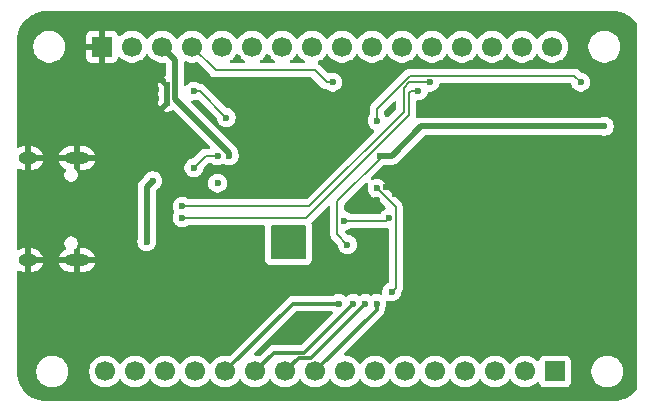
<source format=gbl>
%TF.GenerationSoftware,KiCad,Pcbnew,9.0.2*%
%TF.CreationDate,2025-06-05T12:53:21-05:00*%
%TF.ProjectId,testing2,74657374-696e-4673-922e-6b696361645f,rev?*%
%TF.SameCoordinates,Original*%
%TF.FileFunction,Copper,L2,Bot*%
%TF.FilePolarity,Positive*%
%FSLAX46Y46*%
G04 Gerber Fmt 4.6, Leading zero omitted, Abs format (unit mm)*
G04 Created by KiCad (PCBNEW 9.0.2) date 2025-06-05 12:53:21*
%MOMM*%
%LPD*%
G01*
G04 APERTURE LIST*
%TA.AperFunction,HeatsinkPad*%
%ADD10C,0.500000*%
%TD*%
%TA.AperFunction,HeatsinkPad*%
%ADD11R,0.500000X2.000000*%
%TD*%
%TA.AperFunction,ComponentPad*%
%ADD12R,1.700000X1.700000*%
%TD*%
%TA.AperFunction,ComponentPad*%
%ADD13C,1.700000*%
%TD*%
%TA.AperFunction,HeatsinkPad*%
%ADD14C,0.600000*%
%TD*%
%TA.AperFunction,HeatsinkPad*%
%ADD15O,2.100000X1.000000*%
%TD*%
%TA.AperFunction,HeatsinkPad*%
%ADD16O,1.600000X1.000000*%
%TD*%
%TA.AperFunction,ViaPad*%
%ADD17C,0.600000*%
%TD*%
%TA.AperFunction,Conductor*%
%ADD18C,0.200000*%
%TD*%
%TA.AperFunction,Conductor*%
%ADD19C,0.500000*%
%TD*%
%TA.AperFunction,Conductor*%
%ADD20C,0.300000*%
%TD*%
G04 APERTURE END LIST*
D10*
%TO.P,U2,9,GND*%
%TO.N,GND*%
X99250000Y-111750000D03*
X99250000Y-112500000D03*
D11*
X99250000Y-112500000D03*
D10*
X99250000Y-113250000D03*
%TD*%
D12*
%TO.P,J3,1,Pin_1*%
%TO.N,IO1*%
X132080000Y-136000000D03*
D13*
%TO.P,J3,2,Pin_2*%
%TO.N,IO2*%
X129540000Y-136000000D03*
%TO.P,J3,3,Pin_3*%
%TO.N,TXD0*%
X127000000Y-136000000D03*
%TO.P,J3,4,Pin_4*%
%TO.N,RXD0*%
X124460000Y-136000000D03*
%TO.P,J3,5,Pin_5*%
%TO.N,IO38*%
X121920000Y-136000000D03*
%TO.P,J3,6,Pin_6*%
%TO.N,IO37*%
X119380000Y-136000000D03*
%TO.P,J3,7,Pin_7*%
%TO.N,IO36*%
X116840000Y-136000000D03*
%TO.P,J3,8,Pin_8*%
%TO.N,IO35*%
X114300000Y-136000000D03*
%TO.P,J3,9,Pin_9*%
%TO.N,IO48*%
X111760000Y-136000000D03*
%TO.P,J3,10,Pin_10*%
%TO.N,IO47*%
X109220000Y-136000000D03*
%TO.P,J3,11,Pin_11*%
%TO.N,IO21*%
X106680000Y-136000000D03*
%TO.P,J3,12,Pin_12*%
%TO.N,IO14*%
X104140000Y-136000000D03*
%TO.P,J3,13,Pin_13*%
%TO.N,unconnected-(J3-Pin_13-Pad13)*%
X101600000Y-136000000D03*
%TO.P,J3,14,Pin_14*%
%TO.N,unconnected-(J3-Pin_14-Pad14)*%
X99060000Y-136000000D03*
%TO.P,J3,15,Pin_15*%
%TO.N,unconnected-(J3-Pin_15-Pad15)*%
X96520000Y-136000000D03*
%TO.P,J3,16,Pin_16*%
%TO.N,unconnected-(J3-Pin_16-Pad16)*%
X93980000Y-136000000D03*
%TD*%
D12*
%TO.P,J2,1,Pin_1*%
%TO.N,GND*%
X93730000Y-108500000D03*
D13*
%TO.P,J2,2,Pin_2*%
%TO.N,15v-Ext*%
X96270000Y-108500000D03*
%TO.P,J2,3,Pin_3*%
%TO.N,+3V3*%
X98810000Y-108500000D03*
%TO.P,J2,4,Pin_4*%
%TO.N,IO3*%
X101350000Y-108500000D03*
%TO.P,J2,5,Pin_5*%
%TO.N,IO11*%
X103890000Y-108500000D03*
%TO.P,J2,6,Pin_6*%
%TO.N,IO10*%
X106430000Y-108500000D03*
%TO.P,J2,7,Pin_7*%
%TO.N,IO9*%
X108970000Y-108500000D03*
%TO.P,J2,8,Pin_8*%
%TO.N,IO8*%
X111510000Y-108500000D03*
%TO.P,J2,9,Pin_9*%
%TO.N,IO18*%
X114050000Y-108500000D03*
%TO.P,J2,10,Pin_10*%
%TO.N,IO17*%
X116590000Y-108500000D03*
%TO.P,J2,11,Pin_11*%
%TO.N,IO16*%
X119130000Y-108500000D03*
%TO.P,J2,12,Pin_12*%
%TO.N,IO15*%
X121670000Y-108500000D03*
%TO.P,J2,13,Pin_13*%
%TO.N,IO7*%
X124210000Y-108500000D03*
%TO.P,J2,14,Pin_14*%
%TO.N,IO6*%
X126750000Y-108500000D03*
%TO.P,J2,15,Pin_15*%
%TO.N,IO5*%
X129290000Y-108500000D03*
%TO.P,J2,16,Pin_16*%
%TO.N,IO4*%
X131830000Y-108500000D03*
%TD*%
D14*
%TO.P,U1,41,GND*%
%TO.N,GND*%
X130480000Y-119350000D03*
X129080000Y-119350000D03*
X131180000Y-120050000D03*
X129780000Y-120050000D03*
X128380000Y-120050000D03*
X130480000Y-120750000D03*
X129080000Y-120750000D03*
X131180000Y-121450000D03*
X129780000Y-121450000D03*
X128380000Y-121450000D03*
X130480000Y-122150000D03*
X129080000Y-122150000D03*
%TD*%
D15*
%TO.P,J1,S1,SHIELD*%
%TO.N,GND*%
X91605000Y-117930000D03*
D16*
X87425000Y-117930000D03*
D15*
X91605000Y-126570000D03*
D16*
X87425000Y-126570000D03*
%TD*%
D17*
%TO.N,GND*%
X109500000Y-133000000D03*
X109600000Y-119400000D03*
X137500000Y-121750000D03*
X108700000Y-115900000D03*
X118500000Y-121000000D03*
X109750000Y-111500000D03*
X114750000Y-115250000D03*
X115250000Y-113750000D03*
X104750000Y-116000000D03*
X130250000Y-125750000D03*
X125000000Y-122250000D03*
X110750000Y-132000000D03*
X114100000Y-116900000D03*
X125000000Y-118000000D03*
X110250000Y-115250000D03*
X102250000Y-132000000D03*
X108700000Y-120200000D03*
X129500000Y-132500000D03*
X115750000Y-110750000D03*
X117000000Y-121500000D03*
X125750000Y-126750000D03*
X101750000Y-125000000D03*
X97500000Y-118000000D03*
X133250000Y-117500000D03*
X105250000Y-109500000D03*
X118750000Y-133250000D03*
X97250000Y-110500000D03*
X99750000Y-127500000D03*
X113000000Y-128250000D03*
X110000000Y-116500000D03*
X103750000Y-111500000D03*
X107750000Y-109500000D03*
X117750000Y-111500000D03*
X107250000Y-112000000D03*
X112500000Y-123000000D03*
X107250000Y-129000000D03*
X117800000Y-120400000D03*
X136750000Y-111500000D03*
X127500000Y-134250000D03*
X110600000Y-120200000D03*
%TO.N,5v-Ext*%
X103500000Y-120050000D03*
%TO.N,+3V3*%
X118250000Y-129250000D03*
X117000000Y-120500000D03*
X104500000Y-117750000D03*
X114500000Y-125250000D03*
X136250000Y-115250000D03*
X117250000Y-117750000D03*
%TO.N,CHIP_PU*%
X117000000Y-114750000D03*
X134250000Y-111500000D03*
%TO.N,Net-(D1-A)*%
X101500000Y-118750000D03*
X103500000Y-117750000D03*
%TO.N,Net-(D2-A)*%
X98000000Y-119850000D03*
X97500000Y-125000000D03*
%TO.N,SDA*%
X118000000Y-123000000D03*
X114250000Y-123250000D03*
%TO.N,D+*%
X100500000Y-123000000D03*
X120500000Y-112250000D03*
%TO.N,D-*%
X100500000Y-122000000D03*
X121500000Y-111500000D03*
%TO.N,IO3*%
X113250000Y-111500000D03*
%TO.N,IO21*%
X115000000Y-130250000D03*
%TO.N,IO14*%
X113750000Y-130250000D03*
%TO.N,IO48*%
X117000000Y-130250000D03*
%TO.N,IO47*%
X116000000Y-130250000D03*
%TO.N,Net-(U2-PG)*%
X101500000Y-112250000D03*
X104250000Y-114500000D03*
%TD*%
D18*
%TO.N,+3V3*%
X117000000Y-120500000D02*
X118601000Y-122101000D01*
X118601000Y-128899000D02*
X118250000Y-129250000D01*
X113649000Y-121601000D02*
X113649000Y-124399000D01*
X118601000Y-122101000D02*
X118601000Y-128899000D01*
D19*
X99901000Y-112909636D02*
X104500000Y-117508636D01*
D18*
X117500000Y-117750000D02*
X113649000Y-121601000D01*
X113649000Y-124399000D02*
X114500000Y-125250000D01*
D19*
X117250000Y-117750000D02*
X117500000Y-117750000D01*
X104500000Y-117508636D02*
X104500000Y-117750000D01*
X99901000Y-109591000D02*
X99901000Y-112909636D01*
X120750000Y-115250000D02*
X136250000Y-115250000D01*
X117500000Y-117750000D02*
X118250000Y-117750000D01*
X118250000Y-117750000D02*
X120750000Y-115250000D01*
X98810000Y-108500000D02*
X99901000Y-109591000D01*
D18*
%TO.N,CHIP_PU*%
X119801000Y-110949000D02*
X133699000Y-110949000D01*
X118250000Y-112500000D02*
X119801000Y-110949000D01*
X117000000Y-113750000D02*
X117000000Y-114750000D01*
X118250000Y-112500000D02*
X117000000Y-113750000D01*
X133699000Y-110949000D02*
X134250000Y-111500000D01*
%TO.N,Net-(D1-A)*%
X102500000Y-117750000D02*
X101500000Y-118750000D01*
X103500000Y-117750000D02*
X102500000Y-117750000D01*
D19*
%TO.N,Net-(D2-A)*%
X97500000Y-120350000D02*
X98000000Y-119850000D01*
X97500000Y-125000000D02*
X97500000Y-120350000D01*
D18*
%TO.N,SDA*%
X114250000Y-123250000D02*
X117750000Y-123250000D01*
X117750000Y-123250000D02*
X118000000Y-123000000D01*
%TO.N,D+*%
X119700000Y-112400000D02*
X119850000Y-112250000D01*
X111000000Y-123000000D02*
X100500000Y-123000000D01*
X119700000Y-114300000D02*
X119700000Y-112400000D01*
X111000000Y-123000000D02*
X119700000Y-114300000D01*
X119850000Y-112250000D02*
X120500000Y-112250000D01*
%TO.N,D-*%
X119750000Y-111500000D02*
X121500000Y-111500000D01*
X111250000Y-122000000D02*
X119250000Y-114000000D01*
X119250000Y-112000000D02*
X119750000Y-111500000D01*
X111250000Y-122000000D02*
X100500000Y-122000000D01*
X119250000Y-114000000D02*
X119250000Y-112000000D01*
%TO.N,IO3*%
X113250000Y-111500000D02*
X112750000Y-111500000D01*
X111750000Y-110500000D02*
X103350000Y-110500000D01*
X112750000Y-111500000D02*
X111750000Y-110500000D01*
X103350000Y-110500000D02*
X101350000Y-108500000D01*
D20*
%TO.N,IO21*%
X108282000Y-134398000D02*
X106680000Y-136000000D01*
X110852000Y-134398000D02*
X108282000Y-134398000D01*
X115000000Y-130250000D02*
X110852000Y-134398000D01*
%TO.N,IO14*%
X113750000Y-130250000D02*
X109890000Y-130250000D01*
X109890000Y-130250000D02*
X104140000Y-136000000D01*
%TO.N,IO48*%
X117000000Y-130250000D02*
X117000000Y-130760000D01*
X117000000Y-130760000D02*
X111760000Y-136000000D01*
%TO.N,IO47*%
X116000000Y-130250000D02*
X111401000Y-134849000D01*
X110371000Y-134849000D02*
X109220000Y-136000000D01*
X111401000Y-134849000D02*
X110371000Y-134849000D01*
D18*
%TO.N,Net-(U2-PG)*%
X102000000Y-112250000D02*
X101500000Y-112250000D01*
X104250000Y-114500000D02*
X102000000Y-112250000D01*
%TD*%
%TA.AperFunction,Conductor*%
%TO.N,GND*%
G36*
X113197230Y-130920185D02*
G01*
X113242985Y-130972989D01*
X113252929Y-131042147D01*
X113223904Y-131105703D01*
X113217872Y-131112181D01*
X110618873Y-133711181D01*
X110557550Y-133744666D01*
X110531192Y-133747500D01*
X108217929Y-133747500D01*
X108092261Y-133772497D01*
X108092255Y-133772499D01*
X107973875Y-133821533D01*
X107973866Y-133821538D01*
X107867331Y-133892723D01*
X107867327Y-133892726D01*
X107110711Y-134649342D01*
X107049388Y-134682827D01*
X107001244Y-134682317D01*
X107001055Y-134683516D01*
X106896111Y-134666894D01*
X106786287Y-134649500D01*
X106709807Y-134649500D01*
X106642768Y-134629815D01*
X106597013Y-134577011D01*
X106587069Y-134507853D01*
X106616094Y-134444297D01*
X106622126Y-134437819D01*
X110123127Y-130936819D01*
X110184450Y-130903334D01*
X110210808Y-130900500D01*
X113130191Y-130900500D01*
X113197230Y-130920185D01*
G37*
%TD.AperFunction*%
%TA.AperFunction,Conductor*%
G36*
X116201571Y-120000177D02*
G01*
X116257504Y-120042049D01*
X116281921Y-120107513D01*
X116272798Y-120163811D01*
X116230263Y-120266503D01*
X116230262Y-120266506D01*
X116230262Y-120266507D01*
X116230261Y-120266510D01*
X116199500Y-120421153D01*
X116199500Y-120578846D01*
X116230261Y-120733489D01*
X116230264Y-120733501D01*
X116290602Y-120879172D01*
X116290609Y-120879185D01*
X116378210Y-121010288D01*
X116378213Y-121010292D01*
X116489707Y-121121786D01*
X116489711Y-121121789D01*
X116620814Y-121209390D01*
X116620827Y-121209397D01*
X116766498Y-121269735D01*
X116766503Y-121269737D01*
X116831147Y-121282595D01*
X116921849Y-121300638D01*
X116983760Y-121333023D01*
X116985339Y-121334574D01*
X117716259Y-122065494D01*
X117749744Y-122126817D01*
X117744760Y-122196509D01*
X117702888Y-122252442D01*
X117676032Y-122267735D01*
X117620829Y-122290601D01*
X117620814Y-122290609D01*
X117489711Y-122378210D01*
X117489707Y-122378213D01*
X117378210Y-122489710D01*
X117308266Y-122594391D01*
X117254654Y-122639196D01*
X117205164Y-122649500D01*
X114829766Y-122649500D01*
X114762727Y-122629815D01*
X114760875Y-122628602D01*
X114629185Y-122540609D01*
X114629172Y-122540602D01*
X114483501Y-122480264D01*
X114483491Y-122480261D01*
X114349308Y-122453570D01*
X114287397Y-122421185D01*
X114252823Y-122360469D01*
X114249500Y-122331953D01*
X114249500Y-121901097D01*
X114269185Y-121834058D01*
X114285819Y-121813416D01*
X115088947Y-121010288D01*
X116070558Y-120028676D01*
X116131879Y-119995193D01*
X116201571Y-120000177D01*
G37*
%TD.AperFunction*%
%TA.AperFunction,Conductor*%
G36*
X105231444Y-109153999D02*
G01*
X105270486Y-109199056D01*
X105274951Y-109207820D01*
X105399890Y-109379786D01*
X105550213Y-109530109D01*
X105722182Y-109655050D01*
X105741739Y-109665015D01*
X105792536Y-109712989D01*
X105809331Y-109780810D01*
X105786794Y-109846945D01*
X105732079Y-109890397D01*
X105685445Y-109899500D01*
X104634555Y-109899500D01*
X104567516Y-109879815D01*
X104521761Y-109827011D01*
X104511817Y-109757853D01*
X104540842Y-109694297D01*
X104578261Y-109665015D01*
X104588501Y-109659797D01*
X104597816Y-109655051D01*
X104684471Y-109592093D01*
X104769786Y-109530109D01*
X104769788Y-109530106D01*
X104769792Y-109530104D01*
X104920104Y-109379792D01*
X104920106Y-109379788D01*
X104920109Y-109379786D01*
X105045048Y-109207820D01*
X105045047Y-109207820D01*
X105045051Y-109207816D01*
X105049514Y-109199054D01*
X105097488Y-109148259D01*
X105165308Y-109131463D01*
X105231444Y-109153999D01*
G37*
%TD.AperFunction*%
%TA.AperFunction,Conductor*%
G36*
X107771444Y-109153999D02*
G01*
X107810486Y-109199056D01*
X107814951Y-109207820D01*
X107939890Y-109379786D01*
X108090213Y-109530109D01*
X108262182Y-109655050D01*
X108281739Y-109665015D01*
X108332536Y-109712989D01*
X108349331Y-109780810D01*
X108326794Y-109846945D01*
X108272079Y-109890397D01*
X108225445Y-109899500D01*
X107174555Y-109899500D01*
X107107516Y-109879815D01*
X107061761Y-109827011D01*
X107051817Y-109757853D01*
X107080842Y-109694297D01*
X107118261Y-109665015D01*
X107128501Y-109659797D01*
X107137816Y-109655051D01*
X107224471Y-109592093D01*
X107309786Y-109530109D01*
X107309788Y-109530106D01*
X107309792Y-109530104D01*
X107460104Y-109379792D01*
X107460106Y-109379788D01*
X107460109Y-109379786D01*
X107585048Y-109207820D01*
X107585047Y-109207820D01*
X107585051Y-109207816D01*
X107589514Y-109199054D01*
X107637488Y-109148259D01*
X107705308Y-109131463D01*
X107771444Y-109153999D01*
G37*
%TD.AperFunction*%
%TA.AperFunction,Conductor*%
G36*
X137003736Y-105500726D02*
G01*
X137293796Y-105518271D01*
X137308659Y-105520076D01*
X137590798Y-105571780D01*
X137605335Y-105575363D01*
X137879172Y-105660695D01*
X137893163Y-105666000D01*
X138154743Y-105783727D01*
X138167989Y-105790680D01*
X138413465Y-105939075D01*
X138425776Y-105947573D01*
X138651573Y-106124473D01*
X138662781Y-106134403D01*
X138865596Y-106337218D01*
X138875525Y-106348425D01*
X138963610Y-106460857D01*
X138989460Y-106525768D01*
X138990000Y-106537330D01*
X138990000Y-137462668D01*
X138970315Y-137529707D01*
X138963611Y-137539141D01*
X138875526Y-137651573D01*
X138865596Y-137662781D01*
X138662781Y-137865596D01*
X138651573Y-137875526D01*
X138425782Y-138052422D01*
X138413459Y-138060928D01*
X138167995Y-138209316D01*
X138154736Y-138216275D01*
X137893168Y-138333997D01*
X137879167Y-138339306D01*
X137605336Y-138424635D01*
X137590798Y-138428219D01*
X137308659Y-138479923D01*
X137293794Y-138481728D01*
X137003736Y-138499274D01*
X136996249Y-138499500D01*
X89003751Y-138499500D01*
X88996264Y-138499274D01*
X88706205Y-138481728D01*
X88691340Y-138479923D01*
X88409201Y-138428219D01*
X88394663Y-138424635D01*
X88120832Y-138339306D01*
X88106831Y-138333997D01*
X87845263Y-138216275D01*
X87832004Y-138209316D01*
X87586540Y-138060928D01*
X87574217Y-138052422D01*
X87348426Y-137875526D01*
X87337218Y-137865596D01*
X87134403Y-137662781D01*
X87124473Y-137651573D01*
X87028997Y-137529707D01*
X86947573Y-137425776D01*
X86939075Y-137413465D01*
X86790680Y-137167989D01*
X86783727Y-137154743D01*
X86666000Y-136893163D01*
X86660693Y-136879167D01*
X86583505Y-136631463D01*
X86575363Y-136605335D01*
X86571780Y-136590798D01*
X86520076Y-136308659D01*
X86518271Y-136293794D01*
X86500726Y-136003736D01*
X86500500Y-135996249D01*
X86500500Y-135893713D01*
X88149500Y-135893713D01*
X88149500Y-136106286D01*
X88182753Y-136316239D01*
X88248444Y-136518414D01*
X88344951Y-136707820D01*
X88469890Y-136879786D01*
X88620213Y-137030109D01*
X88792179Y-137155048D01*
X88792181Y-137155049D01*
X88792184Y-137155051D01*
X88981588Y-137251557D01*
X89183757Y-137317246D01*
X89393713Y-137350500D01*
X89393714Y-137350500D01*
X89606286Y-137350500D01*
X89606287Y-137350500D01*
X89816243Y-137317246D01*
X90018412Y-137251557D01*
X90207816Y-137155051D01*
X90294138Y-137092335D01*
X90379786Y-137030109D01*
X90379788Y-137030106D01*
X90379792Y-137030104D01*
X90530104Y-136879792D01*
X90530106Y-136879788D01*
X90530109Y-136879786D01*
X90655048Y-136707820D01*
X90655047Y-136707820D01*
X90655051Y-136707816D01*
X90751557Y-136518412D01*
X90817246Y-136316243D01*
X90850500Y-136106287D01*
X90850500Y-135893713D01*
X92629500Y-135893713D01*
X92629500Y-136106286D01*
X92662753Y-136316239D01*
X92728444Y-136518414D01*
X92824951Y-136707820D01*
X92949890Y-136879786D01*
X93100213Y-137030109D01*
X93272179Y-137155048D01*
X93272181Y-137155049D01*
X93272184Y-137155051D01*
X93461588Y-137251557D01*
X93663757Y-137317246D01*
X93873713Y-137350500D01*
X93873714Y-137350500D01*
X94086286Y-137350500D01*
X94086287Y-137350500D01*
X94296243Y-137317246D01*
X94498412Y-137251557D01*
X94687816Y-137155051D01*
X94774138Y-137092335D01*
X94859786Y-137030109D01*
X94859788Y-137030106D01*
X94859792Y-137030104D01*
X95010104Y-136879792D01*
X95010106Y-136879788D01*
X95010109Y-136879786D01*
X95135048Y-136707820D01*
X95135047Y-136707820D01*
X95135051Y-136707816D01*
X95139514Y-136699054D01*
X95187488Y-136648259D01*
X95255308Y-136631463D01*
X95321444Y-136653999D01*
X95360486Y-136699056D01*
X95364951Y-136707820D01*
X95489890Y-136879786D01*
X95640213Y-137030109D01*
X95812179Y-137155048D01*
X95812181Y-137155049D01*
X95812184Y-137155051D01*
X96001588Y-137251557D01*
X96203757Y-137317246D01*
X96413713Y-137350500D01*
X96413714Y-137350500D01*
X96626286Y-137350500D01*
X96626287Y-137350500D01*
X96836243Y-137317246D01*
X97038412Y-137251557D01*
X97227816Y-137155051D01*
X97314138Y-137092335D01*
X97399786Y-137030109D01*
X97399788Y-137030106D01*
X97399792Y-137030104D01*
X97550104Y-136879792D01*
X97550106Y-136879788D01*
X97550109Y-136879786D01*
X97675048Y-136707820D01*
X97675047Y-136707820D01*
X97675051Y-136707816D01*
X97679514Y-136699054D01*
X97727488Y-136648259D01*
X97795308Y-136631463D01*
X97861444Y-136653999D01*
X97900486Y-136699056D01*
X97904951Y-136707820D01*
X98029890Y-136879786D01*
X98180213Y-137030109D01*
X98352179Y-137155048D01*
X98352181Y-137155049D01*
X98352184Y-137155051D01*
X98541588Y-137251557D01*
X98743757Y-137317246D01*
X98953713Y-137350500D01*
X98953714Y-137350500D01*
X99166286Y-137350500D01*
X99166287Y-137350500D01*
X99376243Y-137317246D01*
X99578412Y-137251557D01*
X99767816Y-137155051D01*
X99854138Y-137092335D01*
X99939786Y-137030109D01*
X99939788Y-137030106D01*
X99939792Y-137030104D01*
X100090104Y-136879792D01*
X100090106Y-136879788D01*
X100090109Y-136879786D01*
X100215048Y-136707820D01*
X100215047Y-136707820D01*
X100215051Y-136707816D01*
X100219514Y-136699054D01*
X100267488Y-136648259D01*
X100335308Y-136631463D01*
X100401444Y-136653999D01*
X100440486Y-136699056D01*
X100444951Y-136707820D01*
X100569890Y-136879786D01*
X100720213Y-137030109D01*
X100892179Y-137155048D01*
X100892181Y-137155049D01*
X100892184Y-137155051D01*
X101081588Y-137251557D01*
X101283757Y-137317246D01*
X101493713Y-137350500D01*
X101493714Y-137350500D01*
X101706286Y-137350500D01*
X101706287Y-137350500D01*
X101916243Y-137317246D01*
X102118412Y-137251557D01*
X102307816Y-137155051D01*
X102394138Y-137092335D01*
X102479786Y-137030109D01*
X102479788Y-137030106D01*
X102479792Y-137030104D01*
X102630104Y-136879792D01*
X102630106Y-136879788D01*
X102630109Y-136879786D01*
X102755048Y-136707820D01*
X102755047Y-136707820D01*
X102755051Y-136707816D01*
X102759514Y-136699054D01*
X102807488Y-136648259D01*
X102875308Y-136631463D01*
X102941444Y-136653999D01*
X102980486Y-136699056D01*
X102984951Y-136707820D01*
X103109890Y-136879786D01*
X103260213Y-137030109D01*
X103432179Y-137155048D01*
X103432181Y-137155049D01*
X103432184Y-137155051D01*
X103621588Y-137251557D01*
X103823757Y-137317246D01*
X104033713Y-137350500D01*
X104033714Y-137350500D01*
X104246286Y-137350500D01*
X104246287Y-137350500D01*
X104456243Y-137317246D01*
X104658412Y-137251557D01*
X104847816Y-137155051D01*
X104934138Y-137092335D01*
X105019786Y-137030109D01*
X105019788Y-137030106D01*
X105019792Y-137030104D01*
X105170104Y-136879792D01*
X105170106Y-136879788D01*
X105170109Y-136879786D01*
X105295048Y-136707820D01*
X105295047Y-136707820D01*
X105295051Y-136707816D01*
X105299514Y-136699054D01*
X105347488Y-136648259D01*
X105415308Y-136631463D01*
X105481444Y-136653999D01*
X105520486Y-136699056D01*
X105524951Y-136707820D01*
X105649890Y-136879786D01*
X105800213Y-137030109D01*
X105972179Y-137155048D01*
X105972181Y-137155049D01*
X105972184Y-137155051D01*
X106161588Y-137251557D01*
X106363757Y-137317246D01*
X106573713Y-137350500D01*
X106573714Y-137350500D01*
X106786286Y-137350500D01*
X106786287Y-137350500D01*
X106996243Y-137317246D01*
X107198412Y-137251557D01*
X107387816Y-137155051D01*
X107474138Y-137092335D01*
X107559786Y-137030109D01*
X107559788Y-137030106D01*
X107559792Y-137030104D01*
X107710104Y-136879792D01*
X107710106Y-136879788D01*
X107710109Y-136879786D01*
X107835048Y-136707820D01*
X107835047Y-136707820D01*
X107835051Y-136707816D01*
X107839514Y-136699054D01*
X107887488Y-136648259D01*
X107955308Y-136631463D01*
X108021444Y-136653999D01*
X108060486Y-136699056D01*
X108064951Y-136707820D01*
X108189890Y-136879786D01*
X108340213Y-137030109D01*
X108512179Y-137155048D01*
X108512181Y-137155049D01*
X108512184Y-137155051D01*
X108701588Y-137251557D01*
X108903757Y-137317246D01*
X109113713Y-137350500D01*
X109113714Y-137350500D01*
X109326286Y-137350500D01*
X109326287Y-137350500D01*
X109536243Y-137317246D01*
X109738412Y-137251557D01*
X109927816Y-137155051D01*
X110014138Y-137092335D01*
X110099786Y-137030109D01*
X110099788Y-137030106D01*
X110099792Y-137030104D01*
X110250104Y-136879792D01*
X110250106Y-136879788D01*
X110250109Y-136879786D01*
X110375048Y-136707820D01*
X110375047Y-136707820D01*
X110375051Y-136707816D01*
X110379514Y-136699054D01*
X110427488Y-136648259D01*
X110495308Y-136631463D01*
X110561444Y-136653999D01*
X110600486Y-136699056D01*
X110604951Y-136707820D01*
X110729890Y-136879786D01*
X110880213Y-137030109D01*
X111052179Y-137155048D01*
X111052181Y-137155049D01*
X111052184Y-137155051D01*
X111241588Y-137251557D01*
X111443757Y-137317246D01*
X111653713Y-137350500D01*
X111653714Y-137350500D01*
X111866286Y-137350500D01*
X111866287Y-137350500D01*
X112076243Y-137317246D01*
X112278412Y-137251557D01*
X112467816Y-137155051D01*
X112554138Y-137092335D01*
X112639786Y-137030109D01*
X112639788Y-137030106D01*
X112639792Y-137030104D01*
X112790104Y-136879792D01*
X112790106Y-136879788D01*
X112790109Y-136879786D01*
X112915048Y-136707820D01*
X112915047Y-136707820D01*
X112915051Y-136707816D01*
X112919514Y-136699054D01*
X112967488Y-136648259D01*
X113035308Y-136631463D01*
X113101444Y-136653999D01*
X113140486Y-136699056D01*
X113144951Y-136707820D01*
X113269890Y-136879786D01*
X113420213Y-137030109D01*
X113592179Y-137155048D01*
X113592181Y-137155049D01*
X113592184Y-137155051D01*
X113781588Y-137251557D01*
X113983757Y-137317246D01*
X114193713Y-137350500D01*
X114193714Y-137350500D01*
X114406286Y-137350500D01*
X114406287Y-137350500D01*
X114616243Y-137317246D01*
X114818412Y-137251557D01*
X115007816Y-137155051D01*
X115094138Y-137092335D01*
X115179786Y-137030109D01*
X115179788Y-137030106D01*
X115179792Y-137030104D01*
X115330104Y-136879792D01*
X115330106Y-136879788D01*
X115330109Y-136879786D01*
X115455048Y-136707820D01*
X115455047Y-136707820D01*
X115455051Y-136707816D01*
X115459514Y-136699054D01*
X115507488Y-136648259D01*
X115575308Y-136631463D01*
X115641444Y-136653999D01*
X115680486Y-136699056D01*
X115684951Y-136707820D01*
X115809890Y-136879786D01*
X115960213Y-137030109D01*
X116132179Y-137155048D01*
X116132181Y-137155049D01*
X116132184Y-137155051D01*
X116321588Y-137251557D01*
X116523757Y-137317246D01*
X116733713Y-137350500D01*
X116733714Y-137350500D01*
X116946286Y-137350500D01*
X116946287Y-137350500D01*
X117156243Y-137317246D01*
X117358412Y-137251557D01*
X117547816Y-137155051D01*
X117634138Y-137092335D01*
X117719786Y-137030109D01*
X117719788Y-137030106D01*
X117719792Y-137030104D01*
X117870104Y-136879792D01*
X117870106Y-136879788D01*
X117870109Y-136879786D01*
X117995048Y-136707820D01*
X117995047Y-136707820D01*
X117995051Y-136707816D01*
X117999514Y-136699054D01*
X118047488Y-136648259D01*
X118115308Y-136631463D01*
X118181444Y-136653999D01*
X118220486Y-136699056D01*
X118224951Y-136707820D01*
X118349890Y-136879786D01*
X118500213Y-137030109D01*
X118672179Y-137155048D01*
X118672181Y-137155049D01*
X118672184Y-137155051D01*
X118861588Y-137251557D01*
X119063757Y-137317246D01*
X119273713Y-137350500D01*
X119273714Y-137350500D01*
X119486286Y-137350500D01*
X119486287Y-137350500D01*
X119696243Y-137317246D01*
X119898412Y-137251557D01*
X120087816Y-137155051D01*
X120174138Y-137092335D01*
X120259786Y-137030109D01*
X120259788Y-137030106D01*
X120259792Y-137030104D01*
X120410104Y-136879792D01*
X120410106Y-136879788D01*
X120410109Y-136879786D01*
X120535048Y-136707820D01*
X120535047Y-136707820D01*
X120535051Y-136707816D01*
X120539514Y-136699054D01*
X120587488Y-136648259D01*
X120655308Y-136631463D01*
X120721444Y-136653999D01*
X120760486Y-136699056D01*
X120764951Y-136707820D01*
X120889890Y-136879786D01*
X121040213Y-137030109D01*
X121212179Y-137155048D01*
X121212181Y-137155049D01*
X121212184Y-137155051D01*
X121401588Y-137251557D01*
X121603757Y-137317246D01*
X121813713Y-137350500D01*
X121813714Y-137350500D01*
X122026286Y-137350500D01*
X122026287Y-137350500D01*
X122236243Y-137317246D01*
X122438412Y-137251557D01*
X122627816Y-137155051D01*
X122714138Y-137092335D01*
X122799786Y-137030109D01*
X122799788Y-137030106D01*
X122799792Y-137030104D01*
X122950104Y-136879792D01*
X122950106Y-136879788D01*
X122950109Y-136879786D01*
X123075048Y-136707820D01*
X123075047Y-136707820D01*
X123075051Y-136707816D01*
X123079514Y-136699054D01*
X123127488Y-136648259D01*
X123195308Y-136631463D01*
X123261444Y-136653999D01*
X123300486Y-136699056D01*
X123304951Y-136707820D01*
X123429890Y-136879786D01*
X123580213Y-137030109D01*
X123752179Y-137155048D01*
X123752181Y-137155049D01*
X123752184Y-137155051D01*
X123941588Y-137251557D01*
X124143757Y-137317246D01*
X124353713Y-137350500D01*
X124353714Y-137350500D01*
X124566286Y-137350500D01*
X124566287Y-137350500D01*
X124776243Y-137317246D01*
X124978412Y-137251557D01*
X125167816Y-137155051D01*
X125254138Y-137092335D01*
X125339786Y-137030109D01*
X125339788Y-137030106D01*
X125339792Y-137030104D01*
X125490104Y-136879792D01*
X125490106Y-136879788D01*
X125490109Y-136879786D01*
X125615048Y-136707820D01*
X125615047Y-136707820D01*
X125615051Y-136707816D01*
X125619514Y-136699054D01*
X125667488Y-136648259D01*
X125735308Y-136631463D01*
X125801444Y-136653999D01*
X125840486Y-136699056D01*
X125844951Y-136707820D01*
X125969890Y-136879786D01*
X126120213Y-137030109D01*
X126292179Y-137155048D01*
X126292181Y-137155049D01*
X126292184Y-137155051D01*
X126481588Y-137251557D01*
X126683757Y-137317246D01*
X126893713Y-137350500D01*
X126893714Y-137350500D01*
X127106286Y-137350500D01*
X127106287Y-137350500D01*
X127316243Y-137317246D01*
X127518412Y-137251557D01*
X127707816Y-137155051D01*
X127794138Y-137092335D01*
X127879786Y-137030109D01*
X127879788Y-137030106D01*
X127879792Y-137030104D01*
X128030104Y-136879792D01*
X128030106Y-136879788D01*
X128030109Y-136879786D01*
X128155048Y-136707820D01*
X128155047Y-136707820D01*
X128155051Y-136707816D01*
X128159514Y-136699054D01*
X128207488Y-136648259D01*
X128275308Y-136631463D01*
X128341444Y-136653999D01*
X128380486Y-136699056D01*
X128384951Y-136707820D01*
X128509890Y-136879786D01*
X128660213Y-137030109D01*
X128832179Y-137155048D01*
X128832181Y-137155049D01*
X128832184Y-137155051D01*
X129021588Y-137251557D01*
X129223757Y-137317246D01*
X129433713Y-137350500D01*
X129433714Y-137350500D01*
X129646286Y-137350500D01*
X129646287Y-137350500D01*
X129856243Y-137317246D01*
X130058412Y-137251557D01*
X130247816Y-137155051D01*
X130419792Y-137030104D01*
X130533329Y-136916566D01*
X130594648Y-136883084D01*
X130664340Y-136888068D01*
X130720274Y-136929939D01*
X130737189Y-136960917D01*
X130786202Y-137092328D01*
X130786206Y-137092335D01*
X130872452Y-137207544D01*
X130872455Y-137207547D01*
X130987664Y-137293793D01*
X130987671Y-137293797D01*
X131122517Y-137344091D01*
X131122516Y-137344091D01*
X131129444Y-137344835D01*
X131182127Y-137350500D01*
X132977872Y-137350499D01*
X133037483Y-137344091D01*
X133172331Y-137293796D01*
X133287546Y-137207546D01*
X133373796Y-137092331D01*
X133424091Y-136957483D01*
X133430500Y-136897873D01*
X133430499Y-135893713D01*
X135149500Y-135893713D01*
X135149500Y-136106286D01*
X135182753Y-136316239D01*
X135248444Y-136518414D01*
X135344951Y-136707820D01*
X135469890Y-136879786D01*
X135620213Y-137030109D01*
X135792179Y-137155048D01*
X135792181Y-137155049D01*
X135792184Y-137155051D01*
X135981588Y-137251557D01*
X136183757Y-137317246D01*
X136393713Y-137350500D01*
X136393714Y-137350500D01*
X136606286Y-137350500D01*
X136606287Y-137350500D01*
X136816243Y-137317246D01*
X137018412Y-137251557D01*
X137207816Y-137155051D01*
X137294138Y-137092335D01*
X137379786Y-137030109D01*
X137379788Y-137030106D01*
X137379792Y-137030104D01*
X137530104Y-136879792D01*
X137530106Y-136879788D01*
X137530109Y-136879786D01*
X137655048Y-136707820D01*
X137655047Y-136707820D01*
X137655051Y-136707816D01*
X137751557Y-136518412D01*
X137817246Y-136316243D01*
X137850500Y-136106287D01*
X137850500Y-135893713D01*
X137817246Y-135683757D01*
X137751557Y-135481588D01*
X137655051Y-135292184D01*
X137655049Y-135292181D01*
X137655048Y-135292179D01*
X137530109Y-135120213D01*
X137379786Y-134969890D01*
X137207820Y-134844951D01*
X137018414Y-134748444D01*
X137018413Y-134748443D01*
X137018412Y-134748443D01*
X136816243Y-134682754D01*
X136816241Y-134682753D01*
X136816240Y-134682753D01*
X136654957Y-134657208D01*
X136606287Y-134649500D01*
X136393713Y-134649500D01*
X136345042Y-134657208D01*
X136183760Y-134682753D01*
X135981585Y-134748444D01*
X135792179Y-134844951D01*
X135620213Y-134969890D01*
X135469890Y-135120213D01*
X135344951Y-135292179D01*
X135248444Y-135481585D01*
X135182753Y-135683760D01*
X135149500Y-135893713D01*
X133430499Y-135893713D01*
X133430499Y-135102128D01*
X133424091Y-135042517D01*
X133422810Y-135039083D01*
X133373797Y-134907671D01*
X133373793Y-134907664D01*
X133287547Y-134792455D01*
X133287544Y-134792452D01*
X133172335Y-134706206D01*
X133172328Y-134706202D01*
X133037482Y-134655908D01*
X133037483Y-134655908D01*
X132977883Y-134649501D01*
X132977881Y-134649500D01*
X132977873Y-134649500D01*
X132977864Y-134649500D01*
X131182129Y-134649500D01*
X131182123Y-134649501D01*
X131122516Y-134655908D01*
X130987671Y-134706202D01*
X130987664Y-134706206D01*
X130872455Y-134792452D01*
X130872452Y-134792455D01*
X130786206Y-134907664D01*
X130786203Y-134907669D01*
X130737189Y-135039083D01*
X130695317Y-135095016D01*
X130629853Y-135119433D01*
X130561580Y-135104581D01*
X130533326Y-135083430D01*
X130419786Y-134969890D01*
X130247820Y-134844951D01*
X130058414Y-134748444D01*
X130058413Y-134748443D01*
X130058412Y-134748443D01*
X129856243Y-134682754D01*
X129856241Y-134682753D01*
X129856240Y-134682753D01*
X129694957Y-134657208D01*
X129646287Y-134649500D01*
X129433713Y-134649500D01*
X129385042Y-134657208D01*
X129223760Y-134682753D01*
X129021585Y-134748444D01*
X128832179Y-134844951D01*
X128660213Y-134969890D01*
X128509890Y-135120213D01*
X128384949Y-135292182D01*
X128380484Y-135300946D01*
X128332509Y-135351742D01*
X128264688Y-135368536D01*
X128198553Y-135345998D01*
X128159516Y-135300946D01*
X128155050Y-135292182D01*
X128030109Y-135120213D01*
X127879786Y-134969890D01*
X127707820Y-134844951D01*
X127518414Y-134748444D01*
X127518413Y-134748443D01*
X127518412Y-134748443D01*
X127316243Y-134682754D01*
X127316241Y-134682753D01*
X127316240Y-134682753D01*
X127154957Y-134657208D01*
X127106287Y-134649500D01*
X126893713Y-134649500D01*
X126845042Y-134657208D01*
X126683760Y-134682753D01*
X126481585Y-134748444D01*
X126292179Y-134844951D01*
X126120213Y-134969890D01*
X125969890Y-135120213D01*
X125844949Y-135292182D01*
X125840484Y-135300946D01*
X125792509Y-135351742D01*
X125724688Y-135368536D01*
X125658553Y-135345998D01*
X125619516Y-135300946D01*
X125615050Y-135292182D01*
X125490109Y-135120213D01*
X125339786Y-134969890D01*
X125167820Y-134844951D01*
X124978414Y-134748444D01*
X124978413Y-134748443D01*
X124978412Y-134748443D01*
X124776243Y-134682754D01*
X124776241Y-134682753D01*
X124776240Y-134682753D01*
X124614957Y-134657208D01*
X124566287Y-134649500D01*
X124353713Y-134649500D01*
X124305042Y-134657208D01*
X124143760Y-134682753D01*
X123941585Y-134748444D01*
X123752179Y-134844951D01*
X123580213Y-134969890D01*
X123429890Y-135120213D01*
X123304949Y-135292182D01*
X123300484Y-135300946D01*
X123252509Y-135351742D01*
X123184688Y-135368536D01*
X123118553Y-135345998D01*
X123079516Y-135300946D01*
X123075050Y-135292182D01*
X122950109Y-135120213D01*
X122799786Y-134969890D01*
X122627820Y-134844951D01*
X122438414Y-134748444D01*
X122438413Y-134748443D01*
X122438412Y-134748443D01*
X122236243Y-134682754D01*
X122236241Y-134682753D01*
X122236240Y-134682753D01*
X122074957Y-134657208D01*
X122026287Y-134649500D01*
X121813713Y-134649500D01*
X121765042Y-134657208D01*
X121603760Y-134682753D01*
X121401585Y-134748444D01*
X121212179Y-134844951D01*
X121040213Y-134969890D01*
X120889890Y-135120213D01*
X120764949Y-135292182D01*
X120760484Y-135300946D01*
X120712509Y-135351742D01*
X120644688Y-135368536D01*
X120578553Y-135345998D01*
X120539516Y-135300946D01*
X120535050Y-135292182D01*
X120410109Y-135120213D01*
X120259786Y-134969890D01*
X120087820Y-134844951D01*
X119898414Y-134748444D01*
X119898413Y-134748443D01*
X119898412Y-134748443D01*
X119696243Y-134682754D01*
X119696241Y-134682753D01*
X119696240Y-134682753D01*
X119534957Y-134657208D01*
X119486287Y-134649500D01*
X119273713Y-134649500D01*
X119225042Y-134657208D01*
X119063760Y-134682753D01*
X118861585Y-134748444D01*
X118672179Y-134844951D01*
X118500213Y-134969890D01*
X118349890Y-135120213D01*
X118224949Y-135292182D01*
X118220484Y-135300946D01*
X118172509Y-135351742D01*
X118104688Y-135368536D01*
X118038553Y-135345998D01*
X117999516Y-135300946D01*
X117995050Y-135292182D01*
X117870109Y-135120213D01*
X117719786Y-134969890D01*
X117547820Y-134844951D01*
X117358414Y-134748444D01*
X117358413Y-134748443D01*
X117358412Y-134748443D01*
X117156243Y-134682754D01*
X117156241Y-134682753D01*
X117156240Y-134682753D01*
X116994957Y-134657208D01*
X116946287Y-134649500D01*
X116733713Y-134649500D01*
X116685042Y-134657208D01*
X116523760Y-134682753D01*
X116321585Y-134748444D01*
X116132179Y-134844951D01*
X115960213Y-134969890D01*
X115809890Y-135120213D01*
X115684949Y-135292182D01*
X115680484Y-135300946D01*
X115632509Y-135351742D01*
X115564688Y-135368536D01*
X115498553Y-135345998D01*
X115459516Y-135300946D01*
X115455050Y-135292182D01*
X115330109Y-135120213D01*
X115179786Y-134969890D01*
X115007820Y-134844951D01*
X114818414Y-134748444D01*
X114818413Y-134748443D01*
X114818412Y-134748443D01*
X114616243Y-134682754D01*
X114616241Y-134682753D01*
X114616240Y-134682753D01*
X114454957Y-134657208D01*
X114406287Y-134649500D01*
X114329807Y-134649500D01*
X114262768Y-134629815D01*
X114217013Y-134577011D01*
X114207069Y-134507853D01*
X114236094Y-134444297D01*
X114242126Y-134437819D01*
X117505272Y-131174674D01*
X117505273Y-131174673D01*
X117505273Y-131174672D01*
X117505277Y-131174669D01*
X117576465Y-131068127D01*
X117625501Y-130949744D01*
X117650500Y-130824069D01*
X117650500Y-130754935D01*
X117670185Y-130687896D01*
X117671366Y-130686090D01*
X117709394Y-130629179D01*
X117769737Y-130483497D01*
X117800500Y-130328842D01*
X117800500Y-130171158D01*
X117800500Y-130171155D01*
X117793540Y-130136167D01*
X117799767Y-130066576D01*
X117842629Y-130011398D01*
X117908519Y-129988153D01*
X117962609Y-129997414D01*
X118008695Y-130016503D01*
X118016503Y-130019737D01*
X118171153Y-130050499D01*
X118171156Y-130050500D01*
X118171158Y-130050500D01*
X118328844Y-130050500D01*
X118328845Y-130050499D01*
X118483497Y-130019737D01*
X118629179Y-129959394D01*
X118760289Y-129871789D01*
X118871789Y-129760289D01*
X118959394Y-129629179D01*
X119019737Y-129483497D01*
X119050500Y-129328842D01*
X119050500Y-129328840D01*
X119050637Y-129328152D01*
X119066275Y-129287966D01*
X119074019Y-129275216D01*
X119081520Y-129267716D01*
X119137267Y-129171158D01*
X119160577Y-129130785D01*
X119201501Y-128978057D01*
X119201501Y-128819943D01*
X119201501Y-128812348D01*
X119201500Y-128812330D01*
X119201500Y-122190059D01*
X119201501Y-122190046D01*
X119201501Y-122021945D01*
X119201501Y-122021943D01*
X119160577Y-121869215D01*
X119102265Y-121768216D01*
X119081520Y-121732284D01*
X118969716Y-121620480D01*
X118969713Y-121620478D01*
X117834574Y-120485339D01*
X117801089Y-120424016D01*
X117800638Y-120421849D01*
X117773117Y-120283497D01*
X117769737Y-120266503D01*
X117769735Y-120266498D01*
X117709397Y-120120827D01*
X117709390Y-120120814D01*
X117621789Y-119989711D01*
X117621786Y-119989707D01*
X117510292Y-119878213D01*
X117510288Y-119878210D01*
X117379185Y-119790609D01*
X117379172Y-119790602D01*
X117233501Y-119730264D01*
X117233489Y-119730261D01*
X117078845Y-119699500D01*
X117078842Y-119699500D01*
X116921158Y-119699500D01*
X116921155Y-119699500D01*
X116766510Y-119730261D01*
X116766507Y-119730262D01*
X116766506Y-119730262D01*
X116766503Y-119730263D01*
X116676757Y-119767436D01*
X116663811Y-119772799D01*
X116594341Y-119780267D01*
X116531862Y-119748991D01*
X116496210Y-119688902D01*
X116498705Y-119619077D01*
X116528676Y-119570558D01*
X117562416Y-118536819D01*
X117623739Y-118503334D01*
X117650097Y-118500500D01*
X118323920Y-118500500D01*
X118421462Y-118481096D01*
X118468913Y-118471658D01*
X118605495Y-118415084D01*
X118670291Y-118371789D01*
X118670294Y-118371786D01*
X118670296Y-118371786D01*
X118702153Y-118350500D01*
X118728416Y-118332952D01*
X121024549Y-116036819D01*
X121085872Y-116003334D01*
X121112230Y-116000500D01*
X135945396Y-116000500D01*
X135992844Y-116009937D01*
X136016503Y-116019737D01*
X136016508Y-116019738D01*
X136016511Y-116019739D01*
X136171153Y-116050499D01*
X136171156Y-116050500D01*
X136171158Y-116050500D01*
X136328844Y-116050500D01*
X136328845Y-116050499D01*
X136483497Y-116019737D01*
X136629179Y-115959394D01*
X136760289Y-115871789D01*
X136871789Y-115760289D01*
X136959394Y-115629179D01*
X137019737Y-115483497D01*
X137050500Y-115328842D01*
X137050500Y-115171158D01*
X137050500Y-115171155D01*
X137050499Y-115171153D01*
X137019738Y-115016510D01*
X137019737Y-115016503D01*
X137006062Y-114983489D01*
X136959397Y-114870827D01*
X136959390Y-114870814D01*
X136871789Y-114739711D01*
X136871786Y-114739707D01*
X136760292Y-114628213D01*
X136760288Y-114628210D01*
X136629185Y-114540609D01*
X136629172Y-114540602D01*
X136483501Y-114480264D01*
X136483489Y-114480261D01*
X136328845Y-114449500D01*
X136328842Y-114449500D01*
X136171158Y-114449500D01*
X136171155Y-114449500D01*
X136016511Y-114480260D01*
X136016506Y-114480262D01*
X136016504Y-114480262D01*
X136016503Y-114480263D01*
X135992844Y-114490062D01*
X135945396Y-114499500D01*
X120676080Y-114499500D01*
X120531092Y-114528340D01*
X120531087Y-114528342D01*
X120459023Y-114558191D01*
X120389554Y-114565658D01*
X120327075Y-114534383D01*
X120291423Y-114474293D01*
X120287767Y-114436679D01*
X120288484Y-114423903D01*
X120300501Y-114379057D01*
X120300501Y-114220943D01*
X120300500Y-114220939D01*
X120300500Y-113174500D01*
X120320185Y-113107461D01*
X120372989Y-113061706D01*
X120424500Y-113050500D01*
X120578844Y-113050500D01*
X120578845Y-113050499D01*
X120733497Y-113019737D01*
X120879179Y-112959394D01*
X121010289Y-112871789D01*
X121121789Y-112760289D01*
X121209394Y-112629179D01*
X121269737Y-112483497D01*
X121286422Y-112399617D01*
X121318806Y-112337706D01*
X121379522Y-112303132D01*
X121415066Y-112300748D01*
X121415066Y-112300500D01*
X121418774Y-112300500D01*
X121420191Y-112300405D01*
X121421156Y-112300500D01*
X121421158Y-112300500D01*
X121578844Y-112300500D01*
X121578845Y-112300499D01*
X121733497Y-112269737D01*
X121879179Y-112209394D01*
X122010289Y-112121789D01*
X122121789Y-112010289D01*
X122209394Y-111879179D01*
X122269737Y-111733497D01*
X122282321Y-111670234D01*
X122286484Y-111649308D01*
X122318869Y-111587397D01*
X122379585Y-111552823D01*
X122408101Y-111549500D01*
X133341899Y-111549500D01*
X133408938Y-111569185D01*
X133454693Y-111621989D01*
X133463516Y-111649308D01*
X133480261Y-111733491D01*
X133480264Y-111733501D01*
X133540602Y-111879172D01*
X133540609Y-111879185D01*
X133628210Y-112010288D01*
X133628213Y-112010292D01*
X133739707Y-112121786D01*
X133739711Y-112121789D01*
X133870814Y-112209390D01*
X133870827Y-112209397D01*
X134016498Y-112269735D01*
X134016503Y-112269737D01*
X134170680Y-112300405D01*
X134171153Y-112300499D01*
X134171156Y-112300500D01*
X134171158Y-112300500D01*
X134328844Y-112300500D01*
X134328845Y-112300499D01*
X134483497Y-112269737D01*
X134629179Y-112209394D01*
X134760289Y-112121789D01*
X134871789Y-112010289D01*
X134959394Y-111879179D01*
X135019737Y-111733497D01*
X135050500Y-111578842D01*
X135050500Y-111421158D01*
X135050500Y-111421155D01*
X135050499Y-111421153D01*
X135019738Y-111266510D01*
X135019737Y-111266503D01*
X134966021Y-111136819D01*
X134959397Y-111120827D01*
X134959390Y-111120814D01*
X134871789Y-110989711D01*
X134871786Y-110989707D01*
X134760292Y-110878213D01*
X134760288Y-110878210D01*
X134629185Y-110790609D01*
X134629172Y-110790602D01*
X134483501Y-110730264D01*
X134483491Y-110730261D01*
X134328151Y-110699362D01*
X134266241Y-110666977D01*
X134264662Y-110665426D01*
X134067717Y-110468481D01*
X134067716Y-110468480D01*
X133980904Y-110418360D01*
X133980904Y-110418359D01*
X133980900Y-110418358D01*
X133930785Y-110389423D01*
X133778057Y-110348499D01*
X133619943Y-110348499D01*
X133612347Y-110348499D01*
X133612331Y-110348500D01*
X119880057Y-110348500D01*
X119721942Y-110348500D01*
X119569215Y-110389423D01*
X119569214Y-110389423D01*
X119569212Y-110389424D01*
X119569209Y-110389425D01*
X119519096Y-110418359D01*
X119519095Y-110418360D01*
X119475689Y-110443420D01*
X119432285Y-110468479D01*
X119432282Y-110468481D01*
X119320478Y-110580286D01*
X117881284Y-112019481D01*
X116631286Y-113269478D01*
X116519481Y-113381282D01*
X116519479Y-113381284D01*
X116513391Y-113391830D01*
X116485336Y-113440424D01*
X116440423Y-113518215D01*
X116399499Y-113670943D01*
X116399499Y-113670945D01*
X116399499Y-113839046D01*
X116399500Y-113839059D01*
X116399500Y-114170234D01*
X116379815Y-114237273D01*
X116378602Y-114239125D01*
X116290609Y-114370814D01*
X116290602Y-114370827D01*
X116230264Y-114516498D01*
X116230261Y-114516510D01*
X116199500Y-114671153D01*
X116199500Y-114828846D01*
X116230261Y-114983489D01*
X116230264Y-114983501D01*
X116290602Y-115129172D01*
X116290609Y-115129185D01*
X116378210Y-115260288D01*
X116378213Y-115260292D01*
X116489707Y-115371786D01*
X116489711Y-115371789D01*
X116620814Y-115459390D01*
X116620821Y-115459394D01*
X116676030Y-115482262D01*
X116730433Y-115526102D01*
X116752499Y-115592396D01*
X116735221Y-115660095D01*
X116716259Y-115684504D01*
X111037584Y-121363181D01*
X110976261Y-121396666D01*
X110949903Y-121399500D01*
X101079766Y-121399500D01*
X101012727Y-121379815D01*
X101010875Y-121378602D01*
X100879185Y-121290609D01*
X100879172Y-121290602D01*
X100733501Y-121230264D01*
X100733489Y-121230261D01*
X100578845Y-121199500D01*
X100578842Y-121199500D01*
X100421158Y-121199500D01*
X100421155Y-121199500D01*
X100266510Y-121230261D01*
X100266498Y-121230264D01*
X100120827Y-121290602D01*
X100120814Y-121290609D01*
X99989711Y-121378210D01*
X99989707Y-121378213D01*
X99878213Y-121489707D01*
X99878210Y-121489711D01*
X99790609Y-121620814D01*
X99790602Y-121620827D01*
X99730264Y-121766498D01*
X99730261Y-121766510D01*
X99699500Y-121921153D01*
X99699500Y-122078846D01*
X99730261Y-122233489D01*
X99730264Y-122233501D01*
X99790602Y-122379172D01*
X99790609Y-122379185D01*
X99825304Y-122431109D01*
X99846182Y-122497786D01*
X99827698Y-122565167D01*
X99825304Y-122568891D01*
X99790609Y-122620814D01*
X99790602Y-122620827D01*
X99730264Y-122766498D01*
X99730261Y-122766510D01*
X99699500Y-122921153D01*
X99699500Y-123078846D01*
X99730261Y-123233489D01*
X99730264Y-123233501D01*
X99790602Y-123379172D01*
X99790609Y-123379185D01*
X99878210Y-123510288D01*
X99878213Y-123510292D01*
X99989707Y-123621786D01*
X99989711Y-123621789D01*
X100120814Y-123709390D01*
X100120827Y-123709397D01*
X100266498Y-123769735D01*
X100266503Y-123769737D01*
X100421153Y-123800499D01*
X100421156Y-123800500D01*
X100421158Y-123800500D01*
X100578844Y-123800500D01*
X100578845Y-123800499D01*
X100733497Y-123769737D01*
X100879179Y-123709394D01*
X100933663Y-123672989D01*
X101010875Y-123621398D01*
X101077553Y-123600520D01*
X101079766Y-123600500D01*
X107370500Y-123600500D01*
X107437539Y-123620185D01*
X107483294Y-123672989D01*
X107494500Y-123724500D01*
X107494500Y-126376000D01*
X107494501Y-126376009D01*
X107506052Y-126483450D01*
X107506054Y-126483462D01*
X107517260Y-126534972D01*
X107551383Y-126637497D01*
X107551386Y-126637503D01*
X107629171Y-126758537D01*
X107629179Y-126758548D01*
X107674923Y-126811340D01*
X107674926Y-126811343D01*
X107674930Y-126811347D01*
X107783664Y-126905567D01*
X107783667Y-126905568D01*
X107783668Y-126905569D01*
X107877925Y-126948616D01*
X107914541Y-126965338D01*
X107981580Y-126985023D01*
X107981584Y-126985024D01*
X108124000Y-127005500D01*
X108124003Y-127005500D01*
X110875990Y-127005500D01*
X110876000Y-127005500D01*
X110983456Y-126993947D01*
X111034967Y-126982741D01*
X111069197Y-126971347D01*
X111137497Y-126948616D01*
X111137501Y-126948613D01*
X111137504Y-126948613D01*
X111258543Y-126870825D01*
X111311347Y-126825070D01*
X111405567Y-126716336D01*
X111465338Y-126585459D01*
X111485023Y-126518420D01*
X111485024Y-126518416D01*
X111505500Y-126376000D01*
X111505500Y-123724500D01*
X111493947Y-123617044D01*
X111482741Y-123565533D01*
X111457226Y-123488876D01*
X111456669Y-123473258D01*
X111451201Y-123458616D01*
X111455447Y-123439055D01*
X111454733Y-123419052D01*
X111462908Y-123404688D01*
X111466024Y-123390336D01*
X111487126Y-123362137D01*
X111487163Y-123362073D01*
X111487209Y-123362026D01*
X111487212Y-123362023D01*
X111488058Y-123361176D01*
X111490699Y-123358534D01*
X111490702Y-123358533D01*
X111490725Y-123358510D01*
X111490728Y-123358505D01*
X112836820Y-122012413D01*
X112898142Y-121978930D01*
X112967834Y-121983914D01*
X113023767Y-122025786D01*
X113048184Y-122091250D01*
X113048500Y-122100096D01*
X113048500Y-124312330D01*
X113048499Y-124312348D01*
X113048499Y-124478054D01*
X113048498Y-124478054D01*
X113089423Y-124630787D01*
X113089424Y-124630788D01*
X113114102Y-124673531D01*
X113114104Y-124673534D01*
X113114105Y-124673535D01*
X113167784Y-124766511D01*
X113168479Y-124767714D01*
X113168481Y-124767717D01*
X113287349Y-124886585D01*
X113287355Y-124886590D01*
X113665425Y-125264660D01*
X113698910Y-125325983D01*
X113699361Y-125328149D01*
X113730261Y-125483491D01*
X113730264Y-125483501D01*
X113790602Y-125629172D01*
X113790609Y-125629185D01*
X113878210Y-125760288D01*
X113878213Y-125760292D01*
X113989707Y-125871786D01*
X113989711Y-125871789D01*
X114120814Y-125959390D01*
X114120827Y-125959397D01*
X114266498Y-126019735D01*
X114266503Y-126019737D01*
X114421153Y-126050499D01*
X114421156Y-126050500D01*
X114421158Y-126050500D01*
X114578844Y-126050500D01*
X114578845Y-126050499D01*
X114733497Y-126019737D01*
X114879179Y-125959394D01*
X115010289Y-125871789D01*
X115121789Y-125760289D01*
X115209394Y-125629179D01*
X115269737Y-125483497D01*
X115300500Y-125328842D01*
X115300500Y-125171158D01*
X115300500Y-125171155D01*
X115300499Y-125171153D01*
X115282137Y-125078842D01*
X115269737Y-125016503D01*
X115228880Y-124917865D01*
X115209397Y-124870827D01*
X115209390Y-124870814D01*
X115121789Y-124739711D01*
X115121786Y-124739707D01*
X115010292Y-124628213D01*
X115010288Y-124628210D01*
X114879185Y-124540609D01*
X114879172Y-124540602D01*
X114733501Y-124480264D01*
X114733491Y-124480261D01*
X114578151Y-124449362D01*
X114561394Y-124440596D01*
X114542916Y-124436577D01*
X114517877Y-124417832D01*
X114516241Y-124416977D01*
X114514662Y-124415426D01*
X114343491Y-124244255D01*
X114310006Y-124182932D01*
X114314990Y-124113240D01*
X114356862Y-124057307D01*
X114406976Y-124034957D01*
X114483497Y-124019737D01*
X114596166Y-123973067D01*
X114629172Y-123959397D01*
X114629172Y-123959396D01*
X114629179Y-123959394D01*
X114641086Y-123951438D01*
X114760875Y-123871398D01*
X114827553Y-123850520D01*
X114829766Y-123850500D01*
X117670939Y-123850500D01*
X117670943Y-123850501D01*
X117829057Y-123850501D01*
X117857801Y-123842798D01*
X117871654Y-123842257D01*
X117892629Y-123847534D01*
X117914254Y-123848049D01*
X117925842Y-123855891D01*
X117939411Y-123859306D01*
X117954203Y-123875086D01*
X117972117Y-123887210D01*
X117977625Y-123900072D01*
X117987195Y-123910281D01*
X117991107Y-123931554D01*
X117999623Y-123951438D01*
X118000500Y-123966162D01*
X118000500Y-128404036D01*
X117980815Y-128471075D01*
X117928011Y-128516830D01*
X117923954Y-128518597D01*
X117870821Y-128540606D01*
X117870814Y-128540609D01*
X117739711Y-128628210D01*
X117739707Y-128628213D01*
X117628213Y-128739707D01*
X117628210Y-128739711D01*
X117540609Y-128870814D01*
X117540602Y-128870827D01*
X117480264Y-129016498D01*
X117480261Y-129016510D01*
X117449500Y-129171153D01*
X117449500Y-129328841D01*
X117456460Y-129363834D01*
X117450231Y-129433426D01*
X117407368Y-129488602D01*
X117341478Y-129511846D01*
X117287391Y-129502586D01*
X117241314Y-129483501D01*
X117233497Y-129480263D01*
X117233493Y-129480262D01*
X117233489Y-129480261D01*
X117078845Y-129449500D01*
X117078842Y-129449500D01*
X116921158Y-129449500D01*
X116921155Y-129449500D01*
X116766510Y-129480261D01*
X116766498Y-129480264D01*
X116620827Y-129540602D01*
X116620814Y-129540609D01*
X116568891Y-129575304D01*
X116502214Y-129596182D01*
X116434833Y-129577698D01*
X116431109Y-129575304D01*
X116379185Y-129540609D01*
X116379172Y-129540602D01*
X116233501Y-129480264D01*
X116233489Y-129480261D01*
X116078845Y-129449500D01*
X116078842Y-129449500D01*
X115921158Y-129449500D01*
X115921155Y-129449500D01*
X115766510Y-129480261D01*
X115766498Y-129480264D01*
X115620827Y-129540602D01*
X115620814Y-129540609D01*
X115568891Y-129575304D01*
X115502214Y-129596182D01*
X115434833Y-129577698D01*
X115431109Y-129575304D01*
X115379185Y-129540609D01*
X115379172Y-129540602D01*
X115233501Y-129480264D01*
X115233489Y-129480261D01*
X115078845Y-129449500D01*
X115078842Y-129449500D01*
X114921158Y-129449500D01*
X114921155Y-129449500D01*
X114766510Y-129480261D01*
X114766498Y-129480264D01*
X114620827Y-129540602D01*
X114620814Y-129540609D01*
X114489711Y-129628210D01*
X114489707Y-129628213D01*
X114462681Y-129655240D01*
X114401358Y-129688725D01*
X114331666Y-129683741D01*
X114287319Y-129655240D01*
X114260292Y-129628213D01*
X114260288Y-129628210D01*
X114129185Y-129540609D01*
X114129172Y-129540602D01*
X113983501Y-129480264D01*
X113983489Y-129480261D01*
X113828845Y-129449500D01*
X113828842Y-129449500D01*
X113671158Y-129449500D01*
X113671155Y-129449500D01*
X113516510Y-129480261D01*
X113516498Y-129480264D01*
X113370827Y-129540602D01*
X113370820Y-129540606D01*
X113341928Y-129559911D01*
X113313955Y-129578602D01*
X113247279Y-129599480D01*
X113245065Y-129599500D01*
X109825929Y-129599500D01*
X109700261Y-129624497D01*
X109700255Y-129624499D01*
X109581874Y-129673534D01*
X109475326Y-129744726D01*
X104570710Y-134649342D01*
X104509387Y-134682827D01*
X104461245Y-134682315D01*
X104461055Y-134683516D01*
X104356111Y-134666894D01*
X104246287Y-134649500D01*
X104033713Y-134649500D01*
X103985042Y-134657208D01*
X103823760Y-134682753D01*
X103621585Y-134748444D01*
X103432179Y-134844951D01*
X103260213Y-134969890D01*
X103109890Y-135120213D01*
X102984949Y-135292182D01*
X102980484Y-135300946D01*
X102932509Y-135351742D01*
X102864688Y-135368536D01*
X102798553Y-135345998D01*
X102759516Y-135300946D01*
X102755050Y-135292182D01*
X102630109Y-135120213D01*
X102479786Y-134969890D01*
X102307820Y-134844951D01*
X102118414Y-134748444D01*
X102118413Y-134748443D01*
X102118412Y-134748443D01*
X101916243Y-134682754D01*
X101916241Y-134682753D01*
X101916240Y-134682753D01*
X101754957Y-134657208D01*
X101706287Y-134649500D01*
X101493713Y-134649500D01*
X101445042Y-134657208D01*
X101283760Y-134682753D01*
X101081585Y-134748444D01*
X100892179Y-134844951D01*
X100720213Y-134969890D01*
X100569890Y-135120213D01*
X100444949Y-135292182D01*
X100440484Y-135300946D01*
X100392509Y-135351742D01*
X100324688Y-135368536D01*
X100258553Y-135345998D01*
X100219516Y-135300946D01*
X100215050Y-135292182D01*
X100090109Y-135120213D01*
X99939786Y-134969890D01*
X99767820Y-134844951D01*
X99578414Y-134748444D01*
X99578413Y-134748443D01*
X99578412Y-134748443D01*
X99376243Y-134682754D01*
X99376241Y-134682753D01*
X99376240Y-134682753D01*
X99214957Y-134657208D01*
X99166287Y-134649500D01*
X98953713Y-134649500D01*
X98905042Y-134657208D01*
X98743760Y-134682753D01*
X98541585Y-134748444D01*
X98352179Y-134844951D01*
X98180213Y-134969890D01*
X98029890Y-135120213D01*
X97904949Y-135292182D01*
X97900484Y-135300946D01*
X97852509Y-135351742D01*
X97784688Y-135368536D01*
X97718553Y-135345998D01*
X97679516Y-135300946D01*
X97675050Y-135292182D01*
X97550109Y-135120213D01*
X97399786Y-134969890D01*
X97227820Y-134844951D01*
X97038414Y-134748444D01*
X97038413Y-134748443D01*
X97038412Y-134748443D01*
X96836243Y-134682754D01*
X96836241Y-134682753D01*
X96836240Y-134682753D01*
X96674957Y-134657208D01*
X96626287Y-134649500D01*
X96413713Y-134649500D01*
X96365042Y-134657208D01*
X96203760Y-134682753D01*
X96001585Y-134748444D01*
X95812179Y-134844951D01*
X95640213Y-134969890D01*
X95489890Y-135120213D01*
X95364949Y-135292182D01*
X95360484Y-135300946D01*
X95312509Y-135351742D01*
X95244688Y-135368536D01*
X95178553Y-135345998D01*
X95139516Y-135300946D01*
X95135050Y-135292182D01*
X95010109Y-135120213D01*
X94859786Y-134969890D01*
X94687820Y-134844951D01*
X94498414Y-134748444D01*
X94498413Y-134748443D01*
X94498412Y-134748443D01*
X94296243Y-134682754D01*
X94296241Y-134682753D01*
X94296240Y-134682753D01*
X94134957Y-134657208D01*
X94086287Y-134649500D01*
X93873713Y-134649500D01*
X93825042Y-134657208D01*
X93663760Y-134682753D01*
X93461585Y-134748444D01*
X93272179Y-134844951D01*
X93100213Y-134969890D01*
X92949890Y-135120213D01*
X92824951Y-135292179D01*
X92728444Y-135481585D01*
X92662753Y-135683760D01*
X92629500Y-135893713D01*
X90850500Y-135893713D01*
X90817246Y-135683757D01*
X90751557Y-135481588D01*
X90655051Y-135292184D01*
X90655049Y-135292181D01*
X90655048Y-135292179D01*
X90530109Y-135120213D01*
X90379786Y-134969890D01*
X90207820Y-134844951D01*
X90018414Y-134748444D01*
X90018413Y-134748443D01*
X90018412Y-134748443D01*
X89816243Y-134682754D01*
X89816241Y-134682753D01*
X89816240Y-134682753D01*
X89654957Y-134657208D01*
X89606287Y-134649500D01*
X89393713Y-134649500D01*
X89345042Y-134657208D01*
X89183760Y-134682753D01*
X88981585Y-134748444D01*
X88792179Y-134844951D01*
X88620213Y-134969890D01*
X88469890Y-135120213D01*
X88344951Y-135292179D01*
X88248444Y-135481585D01*
X88182753Y-135683760D01*
X88149500Y-135893713D01*
X86500500Y-135893713D01*
X86500500Y-127579295D01*
X86520185Y-127512256D01*
X86572989Y-127466501D01*
X86642147Y-127456557D01*
X86671953Y-127464734D01*
X86833310Y-127531570D01*
X86833318Y-127531572D01*
X87026504Y-127569999D01*
X87026508Y-127570000D01*
X87175000Y-127570000D01*
X87175000Y-126870000D01*
X87675000Y-126870000D01*
X87675000Y-127570000D01*
X87823492Y-127570000D01*
X87823495Y-127569999D01*
X88016681Y-127531572D01*
X88016693Y-127531569D01*
X88198671Y-127456192D01*
X88198684Y-127456185D01*
X88362462Y-127346751D01*
X88362466Y-127346748D01*
X88501748Y-127207466D01*
X88501751Y-127207462D01*
X88611185Y-127043684D01*
X88611192Y-127043671D01*
X88686569Y-126861692D01*
X88686569Y-126861690D01*
X88694862Y-126820000D01*
X87891988Y-126820000D01*
X87909205Y-126810060D01*
X87965060Y-126754205D01*
X88004556Y-126685796D01*
X88025000Y-126609496D01*
X88025000Y-126530504D01*
X88004556Y-126454204D01*
X87965060Y-126385795D01*
X87909205Y-126329940D01*
X87891988Y-126320000D01*
X88694862Y-126320000D01*
X90085138Y-126320000D01*
X90888012Y-126320000D01*
X90870795Y-126329940D01*
X90814940Y-126385795D01*
X90775444Y-126454204D01*
X90755000Y-126530504D01*
X90755000Y-126609496D01*
X90775444Y-126685796D01*
X90814940Y-126754205D01*
X90870795Y-126810060D01*
X90888012Y-126820000D01*
X90085138Y-126820000D01*
X90093430Y-126861690D01*
X90093430Y-126861692D01*
X90168807Y-127043671D01*
X90168814Y-127043684D01*
X90278248Y-127207462D01*
X90278251Y-127207466D01*
X90417533Y-127346748D01*
X90417537Y-127346751D01*
X90581315Y-127456185D01*
X90581328Y-127456192D01*
X90763306Y-127531569D01*
X90763318Y-127531572D01*
X90956504Y-127569999D01*
X90956508Y-127570000D01*
X91355000Y-127570000D01*
X91355000Y-126870000D01*
X91855000Y-126870000D01*
X91855000Y-127570000D01*
X92253492Y-127570000D01*
X92253495Y-127569999D01*
X92446681Y-127531572D01*
X92446693Y-127531569D01*
X92628671Y-127456192D01*
X92628684Y-127456185D01*
X92792462Y-127346751D01*
X92792466Y-127346748D01*
X92931748Y-127207466D01*
X92931751Y-127207462D01*
X93041185Y-127043684D01*
X93041192Y-127043671D01*
X93116569Y-126861692D01*
X93116569Y-126861690D01*
X93124862Y-126820000D01*
X92321988Y-126820000D01*
X92339205Y-126810060D01*
X92395060Y-126754205D01*
X92434556Y-126685796D01*
X92455000Y-126609496D01*
X92455000Y-126530504D01*
X92434556Y-126454204D01*
X92395060Y-126385795D01*
X92339205Y-126329940D01*
X92321988Y-126320000D01*
X93124862Y-126320000D01*
X93116569Y-126278309D01*
X93116569Y-126278307D01*
X93041192Y-126096328D01*
X93041185Y-126096315D01*
X92931751Y-125932537D01*
X92931748Y-125932533D01*
X92792466Y-125793251D01*
X92792462Y-125793248D01*
X92628684Y-125683814D01*
X92628671Y-125683807D01*
X92446693Y-125608430D01*
X92446681Y-125608427D01*
X92253495Y-125570000D01*
X91855000Y-125570000D01*
X91855000Y-126270000D01*
X91355000Y-126270000D01*
X91355000Y-125731784D01*
X91374685Y-125664745D01*
X91417000Y-125624397D01*
X91458365Y-125600515D01*
X91565515Y-125493365D01*
X91571210Y-125483501D01*
X91586721Y-125456637D01*
X91641279Y-125362138D01*
X91641281Y-125362135D01*
X91680500Y-125215766D01*
X91680500Y-125064234D01*
X91642163Y-124921158D01*
X96699500Y-124921158D01*
X96699500Y-124929001D01*
X96699500Y-125078846D01*
X96730261Y-125233489D01*
X96730264Y-125233501D01*
X96790602Y-125379172D01*
X96790609Y-125379185D01*
X96878210Y-125510288D01*
X96878213Y-125510292D01*
X96989707Y-125621786D01*
X96989711Y-125621789D01*
X97120814Y-125709390D01*
X97120827Y-125709397D01*
X97266498Y-125769735D01*
X97266503Y-125769737D01*
X97421153Y-125800499D01*
X97421156Y-125800500D01*
X97421158Y-125800500D01*
X97578844Y-125800500D01*
X97578845Y-125800499D01*
X97733497Y-125769737D01*
X97879179Y-125709394D01*
X98010289Y-125621789D01*
X98121789Y-125510289D01*
X98209394Y-125379179D01*
X98269737Y-125233497D01*
X98300500Y-125078842D01*
X98300500Y-124921158D01*
X98300500Y-124921155D01*
X98300499Y-124921153D01*
X98269739Y-124766511D01*
X98269738Y-124766508D01*
X98269737Y-124766503D01*
X98259937Y-124742844D01*
X98250500Y-124695396D01*
X98250500Y-120712230D01*
X98259144Y-120682790D01*
X98265667Y-120652805D01*
X98269422Y-120647787D01*
X98270185Y-120645191D01*
X98286814Y-120624552D01*
X98315297Y-120596069D01*
X98355528Y-120569189D01*
X98379179Y-120559394D01*
X98510289Y-120471789D01*
X98621789Y-120360289D01*
X98709394Y-120229179D01*
X98769737Y-120083497D01*
X98784715Y-120008194D01*
X98792084Y-119971153D01*
X102699500Y-119971153D01*
X102699500Y-120128846D01*
X102730261Y-120283489D01*
X102730264Y-120283501D01*
X102790602Y-120429172D01*
X102790609Y-120429185D01*
X102878210Y-120560288D01*
X102878213Y-120560292D01*
X102989707Y-120671786D01*
X102989711Y-120671789D01*
X103120814Y-120759390D01*
X103120827Y-120759397D01*
X103266498Y-120819735D01*
X103266503Y-120819737D01*
X103421153Y-120850499D01*
X103421156Y-120850500D01*
X103421158Y-120850500D01*
X103578844Y-120850500D01*
X103578845Y-120850499D01*
X103733497Y-120819737D01*
X103879179Y-120759394D01*
X104010289Y-120671789D01*
X104121789Y-120560289D01*
X104209394Y-120429179D01*
X104212719Y-120421153D01*
X104269735Y-120283501D01*
X104269737Y-120283497D01*
X104300500Y-120128842D01*
X104300500Y-119971158D01*
X104300500Y-119971155D01*
X104300499Y-119971153D01*
X104282012Y-119878213D01*
X104269737Y-119816503D01*
X104269735Y-119816498D01*
X104209397Y-119670827D01*
X104209390Y-119670814D01*
X104121789Y-119539711D01*
X104121786Y-119539707D01*
X104010292Y-119428213D01*
X104010288Y-119428210D01*
X103879185Y-119340609D01*
X103879172Y-119340602D01*
X103733501Y-119280264D01*
X103733489Y-119280261D01*
X103578845Y-119249500D01*
X103578842Y-119249500D01*
X103421158Y-119249500D01*
X103421155Y-119249500D01*
X103266510Y-119280261D01*
X103266498Y-119280264D01*
X103120827Y-119340602D01*
X103120814Y-119340609D01*
X102989711Y-119428210D01*
X102989707Y-119428213D01*
X102878213Y-119539707D01*
X102878210Y-119539711D01*
X102790609Y-119670814D01*
X102790602Y-119670827D01*
X102730264Y-119816498D01*
X102730261Y-119816510D01*
X102699500Y-119971153D01*
X98792084Y-119971153D01*
X98798107Y-119940875D01*
X98798107Y-119940874D01*
X98800500Y-119928844D01*
X98800500Y-119771155D01*
X98800499Y-119771153D01*
X98792365Y-119730261D01*
X98769737Y-119616503D01*
X98755502Y-119582136D01*
X98709397Y-119470827D01*
X98709390Y-119470814D01*
X98621789Y-119339711D01*
X98621786Y-119339707D01*
X98510292Y-119228213D01*
X98510288Y-119228210D01*
X98379185Y-119140609D01*
X98379172Y-119140602D01*
X98233501Y-119080264D01*
X98233489Y-119080261D01*
X98078845Y-119049500D01*
X98078842Y-119049500D01*
X97921158Y-119049500D01*
X97921155Y-119049500D01*
X97766510Y-119080261D01*
X97766498Y-119080264D01*
X97620827Y-119140602D01*
X97620814Y-119140609D01*
X97489711Y-119228210D01*
X97489707Y-119228213D01*
X97378213Y-119339707D01*
X97378207Y-119339715D01*
X97290607Y-119470818D01*
X97290606Y-119470819D01*
X97280805Y-119494480D01*
X97253927Y-119534703D01*
X96917048Y-119871583D01*
X96900547Y-119896280D01*
X96874342Y-119935500D01*
X96870751Y-119940875D01*
X96834916Y-119994504D01*
X96834912Y-119994511D01*
X96778343Y-120131082D01*
X96778340Y-120131092D01*
X96749500Y-120276079D01*
X96749500Y-124695396D01*
X96748049Y-124702687D01*
X96746408Y-124722916D01*
X96744079Y-124733147D01*
X96730263Y-124766503D01*
X96699500Y-124921158D01*
X91642163Y-124921158D01*
X91641281Y-124917865D01*
X91565515Y-124786635D01*
X91458365Y-124679485D01*
X91374018Y-124630787D01*
X91327136Y-124603719D01*
X91253950Y-124584109D01*
X91180766Y-124564500D01*
X91029234Y-124564500D01*
X90882863Y-124603719D01*
X90751635Y-124679485D01*
X90751632Y-124679487D01*
X90644487Y-124786632D01*
X90644485Y-124786635D01*
X90568719Y-124917863D01*
X90529500Y-125064234D01*
X90529500Y-125215765D01*
X90568719Y-125362136D01*
X90608153Y-125430437D01*
X90644485Y-125493365D01*
X90644486Y-125493366D01*
X90648549Y-125500403D01*
X90646346Y-125501674D01*
X90666959Y-125554983D01*
X90652923Y-125623428D01*
X90604112Y-125673420D01*
X90590845Y-125679866D01*
X90581324Y-125683809D01*
X90581315Y-125683814D01*
X90417537Y-125793248D01*
X90417533Y-125793251D01*
X90278251Y-125932533D01*
X90278248Y-125932537D01*
X90168814Y-126096315D01*
X90168807Y-126096328D01*
X90093430Y-126278307D01*
X90093430Y-126278309D01*
X90085138Y-126320000D01*
X88694862Y-126320000D01*
X88686569Y-126278309D01*
X88686569Y-126278307D01*
X88611192Y-126096328D01*
X88611185Y-126096315D01*
X88501751Y-125932537D01*
X88501748Y-125932533D01*
X88362466Y-125793251D01*
X88362462Y-125793248D01*
X88198684Y-125683814D01*
X88198671Y-125683807D01*
X88016693Y-125608430D01*
X88016681Y-125608427D01*
X87823495Y-125570000D01*
X87675000Y-125570000D01*
X87675000Y-126270000D01*
X87175000Y-126270000D01*
X87175000Y-125570000D01*
X87026504Y-125570000D01*
X86833318Y-125608427D01*
X86833306Y-125608430D01*
X86671952Y-125675265D01*
X86602483Y-125682734D01*
X86540004Y-125651459D01*
X86504352Y-125591369D01*
X86500500Y-125560704D01*
X86500500Y-118939295D01*
X86520185Y-118872256D01*
X86572989Y-118826501D01*
X86642147Y-118816557D01*
X86671953Y-118824734D01*
X86833310Y-118891570D01*
X86833318Y-118891572D01*
X87026504Y-118929999D01*
X87026508Y-118930000D01*
X87175000Y-118930000D01*
X87175000Y-118230000D01*
X87675000Y-118230000D01*
X87675000Y-118930000D01*
X87823492Y-118930000D01*
X87823495Y-118929999D01*
X88016681Y-118891572D01*
X88016693Y-118891569D01*
X88198671Y-118816192D01*
X88198684Y-118816185D01*
X88362462Y-118706751D01*
X88362466Y-118706748D01*
X88501748Y-118567466D01*
X88501751Y-118567462D01*
X88611185Y-118403684D01*
X88611192Y-118403671D01*
X88686569Y-118221692D01*
X88686569Y-118221690D01*
X88694862Y-118180000D01*
X87891988Y-118180000D01*
X87909205Y-118170060D01*
X87965060Y-118114205D01*
X88004556Y-118045796D01*
X88025000Y-117969496D01*
X88025000Y-117890504D01*
X88004556Y-117814204D01*
X87965060Y-117745795D01*
X87909205Y-117689940D01*
X87891988Y-117680000D01*
X88694862Y-117680000D01*
X90085138Y-117680000D01*
X90888012Y-117680000D01*
X90870795Y-117689940D01*
X90814940Y-117745795D01*
X90775444Y-117814204D01*
X90755000Y-117890504D01*
X90755000Y-117969496D01*
X90775444Y-118045796D01*
X90814940Y-118114205D01*
X90870795Y-118170060D01*
X90888012Y-118180000D01*
X90085138Y-118180000D01*
X90093430Y-118221690D01*
X90093430Y-118221692D01*
X90168807Y-118403671D01*
X90168814Y-118403684D01*
X90278248Y-118567462D01*
X90278251Y-118567466D01*
X90417533Y-118706748D01*
X90417537Y-118706751D01*
X90581315Y-118816185D01*
X90581328Y-118816192D01*
X90590838Y-118820131D01*
X90645243Y-118863970D01*
X90667310Y-118930264D01*
X90650033Y-118997963D01*
X90646350Y-119003405D01*
X90568719Y-119137863D01*
X90538807Y-119249500D01*
X90529500Y-119284234D01*
X90529500Y-119435766D01*
X90545232Y-119494480D01*
X90568719Y-119582136D01*
X90606602Y-119647750D01*
X90644485Y-119713365D01*
X90751635Y-119820515D01*
X90882865Y-119896281D01*
X91029234Y-119935500D01*
X91029236Y-119935500D01*
X91180764Y-119935500D01*
X91180766Y-119935500D01*
X91327135Y-119896281D01*
X91458365Y-119820515D01*
X91565515Y-119713365D01*
X91641281Y-119582135D01*
X91680500Y-119435766D01*
X91680500Y-119284234D01*
X91641281Y-119137865D01*
X91565515Y-119006635D01*
X91458365Y-118899485D01*
X91444654Y-118891569D01*
X91416998Y-118875601D01*
X91368784Y-118825033D01*
X91355000Y-118768215D01*
X91355000Y-118230000D01*
X91855000Y-118230000D01*
X91855000Y-118930000D01*
X92253492Y-118930000D01*
X92253495Y-118929999D01*
X92446681Y-118891572D01*
X92446693Y-118891569D01*
X92628671Y-118816192D01*
X92628684Y-118816185D01*
X92792462Y-118706751D01*
X92792466Y-118706748D01*
X92931748Y-118567466D01*
X92931751Y-118567462D01*
X93041185Y-118403684D01*
X93041192Y-118403671D01*
X93116569Y-118221692D01*
X93116569Y-118221690D01*
X93124862Y-118180000D01*
X92321988Y-118180000D01*
X92339205Y-118170060D01*
X92395060Y-118114205D01*
X92434556Y-118045796D01*
X92455000Y-117969496D01*
X92455000Y-117890504D01*
X92434556Y-117814204D01*
X92395060Y-117745795D01*
X92339205Y-117689940D01*
X92321988Y-117680000D01*
X93124862Y-117680000D01*
X93116569Y-117638309D01*
X93116569Y-117638307D01*
X93041192Y-117456328D01*
X93041185Y-117456315D01*
X92931751Y-117292537D01*
X92931748Y-117292533D01*
X92792466Y-117153251D01*
X92792462Y-117153248D01*
X92628684Y-117043814D01*
X92628671Y-117043807D01*
X92446693Y-116968430D01*
X92446681Y-116968427D01*
X92253495Y-116930000D01*
X91855000Y-116930000D01*
X91855000Y-117630000D01*
X91355000Y-117630000D01*
X91355000Y-116930000D01*
X90956504Y-116930000D01*
X90763318Y-116968427D01*
X90763306Y-116968430D01*
X90581328Y-117043807D01*
X90581315Y-117043814D01*
X90417537Y-117153248D01*
X90417533Y-117153251D01*
X90278251Y-117292533D01*
X90278248Y-117292537D01*
X90168814Y-117456315D01*
X90168807Y-117456328D01*
X90093430Y-117638307D01*
X90093430Y-117638309D01*
X90085138Y-117680000D01*
X88694862Y-117680000D01*
X88686569Y-117638309D01*
X88686569Y-117638307D01*
X88611192Y-117456328D01*
X88611185Y-117456315D01*
X88501751Y-117292537D01*
X88501748Y-117292533D01*
X88362466Y-117153251D01*
X88362462Y-117153248D01*
X88198684Y-117043814D01*
X88198671Y-117043807D01*
X88016693Y-116968430D01*
X88016681Y-116968427D01*
X87823495Y-116930000D01*
X87675000Y-116930000D01*
X87675000Y-117630000D01*
X87175000Y-117630000D01*
X87175000Y-116930000D01*
X87026504Y-116930000D01*
X86833318Y-116968427D01*
X86833306Y-116968430D01*
X86671952Y-117035265D01*
X86602483Y-117042734D01*
X86540004Y-117011459D01*
X86504352Y-116951369D01*
X86500500Y-116920704D01*
X86500500Y-108393713D01*
X87899500Y-108393713D01*
X87899500Y-108606286D01*
X87932753Y-108816239D01*
X87998444Y-109018414D01*
X88094951Y-109207820D01*
X88219890Y-109379786D01*
X88370213Y-109530109D01*
X88542179Y-109655048D01*
X88542181Y-109655049D01*
X88542184Y-109655051D01*
X88731588Y-109751557D01*
X88933757Y-109817246D01*
X89143713Y-109850500D01*
X89143714Y-109850500D01*
X89356286Y-109850500D01*
X89356287Y-109850500D01*
X89566243Y-109817246D01*
X89768412Y-109751557D01*
X89957816Y-109655051D01*
X90044471Y-109592093D01*
X90129786Y-109530109D01*
X90129788Y-109530106D01*
X90129792Y-109530104D01*
X90280104Y-109379792D01*
X90280106Y-109379788D01*
X90280109Y-109379786D01*
X90405048Y-109207820D01*
X90405047Y-109207820D01*
X90405051Y-109207816D01*
X90501557Y-109018412D01*
X90567246Y-108816243D01*
X90600500Y-108606287D01*
X90600500Y-108393713D01*
X90567246Y-108183757D01*
X90501557Y-107981588D01*
X90405051Y-107792184D01*
X90405049Y-107792181D01*
X90405048Y-107792179D01*
X90317542Y-107671736D01*
X90280109Y-107620214D01*
X90280105Y-107620209D01*
X90262051Y-107602155D01*
X92380000Y-107602155D01*
X92380000Y-108250000D01*
X93296988Y-108250000D01*
X93264075Y-108307007D01*
X93230000Y-108434174D01*
X93230000Y-108565826D01*
X93264075Y-108692993D01*
X93296988Y-108750000D01*
X92380000Y-108750000D01*
X92380000Y-109397844D01*
X92386401Y-109457372D01*
X92386403Y-109457379D01*
X92436645Y-109592086D01*
X92436649Y-109592093D01*
X92522809Y-109707187D01*
X92522812Y-109707190D01*
X92637906Y-109793350D01*
X92637913Y-109793354D01*
X92772620Y-109843596D01*
X92772627Y-109843598D01*
X92832155Y-109849999D01*
X92832172Y-109850000D01*
X93480000Y-109850000D01*
X93480000Y-108933012D01*
X93537007Y-108965925D01*
X93664174Y-109000000D01*
X93795826Y-109000000D01*
X93922993Y-108965925D01*
X93980000Y-108933012D01*
X93980000Y-109850000D01*
X94627828Y-109850000D01*
X94627844Y-109849999D01*
X94687372Y-109843598D01*
X94687379Y-109843596D01*
X94822086Y-109793354D01*
X94822093Y-109793350D01*
X94937187Y-109707190D01*
X94937190Y-109707187D01*
X95023350Y-109592093D01*
X95023354Y-109592086D01*
X95072422Y-109460529D01*
X95114293Y-109404595D01*
X95179757Y-109380178D01*
X95248030Y-109395030D01*
X95276285Y-109416181D01*
X95390213Y-109530109D01*
X95562179Y-109655048D01*
X95562181Y-109655049D01*
X95562184Y-109655051D01*
X95751588Y-109751557D01*
X95953757Y-109817246D01*
X96163713Y-109850500D01*
X96163714Y-109850500D01*
X96376286Y-109850500D01*
X96376287Y-109850500D01*
X96586243Y-109817246D01*
X96788412Y-109751557D01*
X96977816Y-109655051D01*
X97064471Y-109592093D01*
X97149786Y-109530109D01*
X97149788Y-109530106D01*
X97149792Y-109530104D01*
X97300104Y-109379792D01*
X97300106Y-109379788D01*
X97300109Y-109379786D01*
X97425048Y-109207820D01*
X97425047Y-109207820D01*
X97425051Y-109207816D01*
X97429514Y-109199054D01*
X97477488Y-109148259D01*
X97545308Y-109131463D01*
X97611444Y-109153999D01*
X97650486Y-109199056D01*
X97654951Y-109207820D01*
X97779890Y-109379786D01*
X97930213Y-109530109D01*
X98102179Y-109655048D01*
X98102181Y-109655049D01*
X98102184Y-109655051D01*
X98291588Y-109751557D01*
X98493757Y-109817246D01*
X98703713Y-109850500D01*
X98703714Y-109850500D01*
X98916285Y-109850500D01*
X98916287Y-109850500D01*
X99007104Y-109836115D01*
X99076394Y-109845069D01*
X99129847Y-109890065D01*
X99150487Y-109956816D01*
X99150500Y-109958588D01*
X99150500Y-110903334D01*
X99130815Y-110970373D01*
X99078011Y-111016128D01*
X99050691Y-111024951D01*
X99031240Y-111028820D01*
X99031228Y-111028823D01*
X98925974Y-111072420D01*
X98925974Y-111072421D01*
X99114181Y-111260627D01*
X99147666Y-111321950D01*
X99150500Y-111348308D01*
X99150500Y-111704691D01*
X99130815Y-111771730D01*
X99078011Y-111817485D01*
X99008853Y-111827429D01*
X98945297Y-111798404D01*
X98938819Y-111792372D01*
X98572421Y-111425974D01*
X98572420Y-111425974D01*
X98528823Y-111531228D01*
X98528820Y-111531240D01*
X98500000Y-111676126D01*
X98500000Y-111823873D01*
X98528820Y-111968759D01*
X98528823Y-111968771D01*
X98573880Y-112077548D01*
X98581349Y-112147017D01*
X98573880Y-112172452D01*
X98528823Y-112281228D01*
X98528820Y-112281240D01*
X98500000Y-112426126D01*
X98500000Y-112573873D01*
X98528820Y-112718759D01*
X98528823Y-112718771D01*
X98573880Y-112827548D01*
X98581349Y-112897017D01*
X98573880Y-112922452D01*
X98528823Y-113031228D01*
X98528820Y-113031240D01*
X98500000Y-113176126D01*
X98500000Y-113323873D01*
X98528820Y-113468759D01*
X98528822Y-113468767D01*
X98572421Y-113574024D01*
X98985542Y-113160904D01*
X98993487Y-113156565D01*
X98998913Y-113149318D01*
X99023672Y-113140083D01*
X99046865Y-113127419D01*
X99055894Y-113128064D01*
X99064377Y-113124901D01*
X99090197Y-113130517D01*
X99116557Y-113132403D01*
X99125610Y-113138221D01*
X99132650Y-113139753D01*
X99160904Y-113160904D01*
X99179289Y-113179289D01*
X99165224Y-113193355D01*
X99150000Y-113230109D01*
X99150000Y-113269891D01*
X99165224Y-113306645D01*
X99193355Y-113334776D01*
X99230109Y-113350000D01*
X99269891Y-113350000D01*
X99287695Y-113342625D01*
X99318048Y-113388052D01*
X99318050Y-113388054D01*
X99320573Y-113391830D01*
X99339457Y-113452144D01*
X99341450Y-113458508D01*
X99322965Y-113525888D01*
X99322962Y-113525890D01*
X99305151Y-113548401D01*
X98925974Y-113927577D01*
X99031236Y-113971178D01*
X99031240Y-113971179D01*
X99176126Y-113999999D01*
X99176129Y-114000000D01*
X99323871Y-114000000D01*
X99323873Y-113999999D01*
X99468759Y-113971179D01*
X99468767Y-113971177D01*
X99605254Y-113914642D01*
X99605265Y-113914636D01*
X99664140Y-113875297D01*
X99730817Y-113854418D01*
X99798197Y-113872902D01*
X99820713Y-113890717D01*
X102867815Y-116937819D01*
X102878427Y-116957255D01*
X102892928Y-116973989D01*
X102894844Y-116987320D01*
X102901300Y-116999142D01*
X102899720Y-117021228D01*
X102902872Y-117043147D01*
X102897276Y-117055398D01*
X102896316Y-117068834D01*
X102883045Y-117086560D01*
X102873847Y-117106703D01*
X102862515Y-117113985D01*
X102854444Y-117124767D01*
X102833698Y-117132504D01*
X102815069Y-117144477D01*
X102793150Y-117147628D01*
X102788980Y-117149184D01*
X102780134Y-117149500D01*
X102586670Y-117149500D01*
X102586654Y-117149499D01*
X102579058Y-117149499D01*
X102420943Y-117149499D01*
X102344579Y-117169961D01*
X102268214Y-117190423D01*
X102268209Y-117190426D01*
X102131290Y-117269475D01*
X102131282Y-117269481D01*
X101485339Y-117915425D01*
X101424016Y-117948910D01*
X101421850Y-117949361D01*
X101266508Y-117980261D01*
X101266498Y-117980264D01*
X101120827Y-118040602D01*
X101120814Y-118040609D01*
X100989711Y-118128210D01*
X100989707Y-118128213D01*
X100878213Y-118239707D01*
X100878210Y-118239711D01*
X100790609Y-118370814D01*
X100790602Y-118370827D01*
X100730264Y-118516498D01*
X100730261Y-118516510D01*
X100699500Y-118671153D01*
X100699500Y-118828846D01*
X100730261Y-118983489D01*
X100730264Y-118983501D01*
X100790602Y-119129172D01*
X100790609Y-119129185D01*
X100878210Y-119260288D01*
X100878213Y-119260292D01*
X100989707Y-119371786D01*
X100989711Y-119371789D01*
X101120814Y-119459390D01*
X101120827Y-119459397D01*
X101260528Y-119517262D01*
X101266503Y-119519737D01*
X101421153Y-119550499D01*
X101421156Y-119550500D01*
X101421158Y-119550500D01*
X101578844Y-119550500D01*
X101578845Y-119550499D01*
X101733497Y-119519737D01*
X101851599Y-119470818D01*
X101879172Y-119459397D01*
X101879172Y-119459396D01*
X101879179Y-119459394D01*
X102010289Y-119371789D01*
X102121789Y-119260289D01*
X102209394Y-119129179D01*
X102269737Y-118983497D01*
X102293513Y-118863970D01*
X102300638Y-118828150D01*
X102333023Y-118766239D01*
X102334514Y-118764720D01*
X102712417Y-118386819D01*
X102739344Y-118372115D01*
X102765163Y-118355523D01*
X102771363Y-118354631D01*
X102773740Y-118353334D01*
X102800098Y-118350500D01*
X102920234Y-118350500D01*
X102987273Y-118370185D01*
X102989125Y-118371398D01*
X103120814Y-118459390D01*
X103120827Y-118459397D01*
X103220060Y-118500500D01*
X103266503Y-118519737D01*
X103421153Y-118550499D01*
X103421156Y-118550500D01*
X103421158Y-118550500D01*
X103578844Y-118550500D01*
X103578845Y-118550499D01*
X103733497Y-118519737D01*
X103879179Y-118459394D01*
X103931110Y-118424694D01*
X103997785Y-118403816D01*
X104065165Y-118422300D01*
X104068863Y-118424676D01*
X104120821Y-118459394D01*
X104120823Y-118459395D01*
X104120825Y-118459396D01*
X104220060Y-118500500D01*
X104266503Y-118519737D01*
X104421153Y-118550499D01*
X104421156Y-118550500D01*
X104421158Y-118550500D01*
X104578844Y-118550500D01*
X104578845Y-118550499D01*
X104733497Y-118519737D01*
X104879179Y-118459394D01*
X105010289Y-118371789D01*
X105121789Y-118260289D01*
X105209394Y-118129179D01*
X105269737Y-117983497D01*
X105300500Y-117828842D01*
X105300500Y-117671158D01*
X105300500Y-117671155D01*
X105300499Y-117671153D01*
X105269739Y-117516511D01*
X105269738Y-117516508D01*
X105269737Y-117516503D01*
X105259937Y-117492844D01*
X105250500Y-117445396D01*
X105250500Y-117434715D01*
X105221659Y-117289728D01*
X105221658Y-117289727D01*
X105221658Y-117289723D01*
X105165130Y-117153251D01*
X105165087Y-117153147D01*
X105165080Y-117153134D01*
X105082952Y-117030221D01*
X105040051Y-116987320D01*
X104978416Y-116925685D01*
X103174517Y-115121786D01*
X101313336Y-113260604D01*
X101279851Y-113199281D01*
X101284835Y-113129589D01*
X101326707Y-113073656D01*
X101392171Y-113049239D01*
X101415017Y-113050669D01*
X101415093Y-113049903D01*
X101421156Y-113050500D01*
X101421158Y-113050500D01*
X101578844Y-113050500D01*
X101578845Y-113050499D01*
X101733497Y-113019737D01*
X101789182Y-112996670D01*
X101858651Y-112989202D01*
X101921130Y-113020477D01*
X101924316Y-113023551D01*
X103415425Y-114514660D01*
X103448910Y-114575983D01*
X103449361Y-114578149D01*
X103480261Y-114733491D01*
X103480264Y-114733501D01*
X103540602Y-114879172D01*
X103540609Y-114879185D01*
X103628210Y-115010288D01*
X103628213Y-115010292D01*
X103739707Y-115121786D01*
X103739711Y-115121789D01*
X103870814Y-115209390D01*
X103870827Y-115209397D01*
X104016498Y-115269735D01*
X104016503Y-115269737D01*
X104171153Y-115300499D01*
X104171156Y-115300500D01*
X104171158Y-115300500D01*
X104328844Y-115300500D01*
X104328845Y-115300499D01*
X104483497Y-115269737D01*
X104629179Y-115209394D01*
X104760289Y-115121789D01*
X104871789Y-115010289D01*
X104959394Y-114879179D01*
X104962854Y-114870827D01*
X105000259Y-114780521D01*
X105019737Y-114733497D01*
X105050500Y-114578842D01*
X105050500Y-114421158D01*
X105050500Y-114421155D01*
X105050499Y-114421153D01*
X105019737Y-114266503D01*
X105019735Y-114266498D01*
X104959397Y-114120827D01*
X104959390Y-114120814D01*
X104871789Y-113989711D01*
X104871786Y-113989707D01*
X104760292Y-113878213D01*
X104760288Y-113878210D01*
X104629185Y-113790609D01*
X104629172Y-113790602D01*
X104483501Y-113730264D01*
X104483491Y-113730261D01*
X104328151Y-113699362D01*
X104266241Y-113666977D01*
X104264662Y-113665426D01*
X102487590Y-111888355D01*
X102487588Y-111888352D01*
X102368717Y-111769481D01*
X102368716Y-111769480D01*
X102281904Y-111719360D01*
X102281904Y-111719359D01*
X102281900Y-111719358D01*
X102231785Y-111690423D01*
X102080927Y-111650000D01*
X102079054Y-111649498D01*
X102070997Y-111648438D01*
X102071188Y-111646981D01*
X102012725Y-111629814D01*
X102010873Y-111628601D01*
X101879185Y-111540609D01*
X101879172Y-111540602D01*
X101733501Y-111480264D01*
X101733489Y-111480261D01*
X101578845Y-111449500D01*
X101578842Y-111449500D01*
X101421158Y-111449500D01*
X101421155Y-111449500D01*
X101266510Y-111480261D01*
X101266498Y-111480264D01*
X101120827Y-111540602D01*
X101120814Y-111540609D01*
X100989711Y-111628210D01*
X100989707Y-111628213D01*
X100878213Y-111739707D01*
X100874347Y-111744419D01*
X100873298Y-111743558D01*
X100824986Y-111783932D01*
X100755661Y-111792637D01*
X100692634Y-111762480D01*
X100655917Y-111703035D01*
X100651500Y-111670234D01*
X100651500Y-109862147D01*
X100671185Y-109795108D01*
X100723989Y-109749353D01*
X100793147Y-109739409D01*
X100826903Y-109750113D01*
X100827079Y-109749690D01*
X100831580Y-109751554D01*
X100831585Y-109751555D01*
X100831588Y-109751557D01*
X101033757Y-109817246D01*
X101243713Y-109850500D01*
X101243714Y-109850500D01*
X101456286Y-109850500D01*
X101456287Y-109850500D01*
X101666243Y-109817246D01*
X101708523Y-109803507D01*
X101778362Y-109801511D01*
X101834522Y-109833757D01*
X102865139Y-110864374D01*
X102865149Y-110864385D01*
X102869479Y-110868715D01*
X102869480Y-110868716D01*
X102981284Y-110980520D01*
X103063621Y-111028057D01*
X103118215Y-111059577D01*
X103270943Y-111100500D01*
X103429057Y-111100500D01*
X111449903Y-111100500D01*
X111516942Y-111120185D01*
X111537583Y-111136818D01*
X112381284Y-111980520D01*
X112381286Y-111980521D01*
X112381290Y-111980524D01*
X112448767Y-112019481D01*
X112518216Y-112059577D01*
X112670943Y-112100501D01*
X112670945Y-112100501D01*
X112679002Y-112101562D01*
X112678810Y-112103018D01*
X112737275Y-112120186D01*
X112739127Y-112121399D01*
X112870814Y-112209390D01*
X112870827Y-112209397D01*
X113016498Y-112269735D01*
X113016503Y-112269737D01*
X113170680Y-112300405D01*
X113171153Y-112300499D01*
X113171156Y-112300500D01*
X113171158Y-112300500D01*
X113328844Y-112300500D01*
X113328845Y-112300499D01*
X113483497Y-112269737D01*
X113629179Y-112209394D01*
X113760289Y-112121789D01*
X113871789Y-112010289D01*
X113959394Y-111879179D01*
X114019737Y-111733497D01*
X114050500Y-111578842D01*
X114050500Y-111421158D01*
X114050500Y-111421155D01*
X114050499Y-111421153D01*
X114019738Y-111266510D01*
X114019737Y-111266503D01*
X113966021Y-111136819D01*
X113959397Y-111120827D01*
X113959390Y-111120814D01*
X113871789Y-110989711D01*
X113871786Y-110989707D01*
X113760292Y-110878213D01*
X113760288Y-110878210D01*
X113629185Y-110790609D01*
X113629172Y-110790602D01*
X113483501Y-110730264D01*
X113483489Y-110730261D01*
X113328845Y-110699500D01*
X113328842Y-110699500D01*
X113171158Y-110699500D01*
X113171155Y-110699500D01*
X113016505Y-110730261D01*
X113016497Y-110730264D01*
X112960814Y-110753328D01*
X112891345Y-110760795D01*
X112828866Y-110729519D01*
X112825683Y-110726447D01*
X112237590Y-110138355D01*
X112237588Y-110138352D01*
X112118717Y-110019481D01*
X112118716Y-110019480D01*
X112031904Y-109969360D01*
X112031904Y-109969359D01*
X112031902Y-109969359D01*
X112027655Y-109966907D01*
X111979439Y-109916340D01*
X111966216Y-109847733D01*
X111992184Y-109782868D01*
X112033359Y-109749035D01*
X112217816Y-109655051D01*
X112304471Y-109592093D01*
X112389786Y-109530109D01*
X112389788Y-109530106D01*
X112389792Y-109530104D01*
X112540104Y-109379792D01*
X112540106Y-109379788D01*
X112540109Y-109379786D01*
X112665048Y-109207820D01*
X112665047Y-109207820D01*
X112665051Y-109207816D01*
X112669514Y-109199054D01*
X112717488Y-109148259D01*
X112785308Y-109131463D01*
X112851444Y-109153999D01*
X112890486Y-109199056D01*
X112894951Y-109207820D01*
X113019890Y-109379786D01*
X113170213Y-109530109D01*
X113342179Y-109655048D01*
X113342181Y-109655049D01*
X113342184Y-109655051D01*
X113531588Y-109751557D01*
X113733757Y-109817246D01*
X113943713Y-109850500D01*
X113943714Y-109850500D01*
X114156286Y-109850500D01*
X114156287Y-109850500D01*
X114366243Y-109817246D01*
X114568412Y-109751557D01*
X114757816Y-109655051D01*
X114844471Y-109592093D01*
X114929786Y-109530109D01*
X114929788Y-109530106D01*
X114929792Y-109530104D01*
X115080104Y-109379792D01*
X115080106Y-109379788D01*
X115080109Y-109379786D01*
X115205048Y-109207820D01*
X115205047Y-109207820D01*
X115205051Y-109207816D01*
X115209514Y-109199054D01*
X115257488Y-109148259D01*
X115325308Y-109131463D01*
X115391444Y-109153999D01*
X115430486Y-109199056D01*
X115434951Y-109207820D01*
X115559890Y-109379786D01*
X115710213Y-109530109D01*
X115882179Y-109655048D01*
X115882181Y-109655049D01*
X115882184Y-109655051D01*
X116071588Y-109751557D01*
X116273757Y-109817246D01*
X116483713Y-109850500D01*
X116483714Y-109850500D01*
X116696286Y-109850500D01*
X116696287Y-109850500D01*
X116906243Y-109817246D01*
X117108412Y-109751557D01*
X117297816Y-109655051D01*
X117384471Y-109592093D01*
X117469786Y-109530109D01*
X117469788Y-109530106D01*
X117469792Y-109530104D01*
X117620104Y-109379792D01*
X117620106Y-109379788D01*
X117620109Y-109379786D01*
X117745048Y-109207820D01*
X117745047Y-109207820D01*
X117745051Y-109207816D01*
X117749514Y-109199054D01*
X117797488Y-109148259D01*
X117865308Y-109131463D01*
X117931444Y-109153999D01*
X117970486Y-109199056D01*
X117974951Y-109207820D01*
X118099890Y-109379786D01*
X118250213Y-109530109D01*
X118422179Y-109655048D01*
X118422181Y-109655049D01*
X118422184Y-109655051D01*
X118611588Y-109751557D01*
X118813757Y-109817246D01*
X119023713Y-109850500D01*
X119023714Y-109850500D01*
X119236286Y-109850500D01*
X119236287Y-109850500D01*
X119446243Y-109817246D01*
X119648412Y-109751557D01*
X119837816Y-109655051D01*
X119924471Y-109592093D01*
X120009786Y-109530109D01*
X120009788Y-109530106D01*
X120009792Y-109530104D01*
X120160104Y-109379792D01*
X120160106Y-109379788D01*
X120160109Y-109379786D01*
X120285048Y-109207820D01*
X120285047Y-109207820D01*
X120285051Y-109207816D01*
X120289514Y-109199054D01*
X120337488Y-109148259D01*
X120405308Y-109131463D01*
X120471444Y-109153999D01*
X120510486Y-109199056D01*
X120514951Y-109207820D01*
X120639890Y-109379786D01*
X120790213Y-109530109D01*
X120962179Y-109655048D01*
X120962181Y-109655049D01*
X120962184Y-109655051D01*
X121151588Y-109751557D01*
X121353757Y-109817246D01*
X121563713Y-109850500D01*
X121563714Y-109850500D01*
X121776286Y-109850500D01*
X121776287Y-109850500D01*
X121986243Y-109817246D01*
X122188412Y-109751557D01*
X122377816Y-109655051D01*
X122464471Y-109592093D01*
X122549786Y-109530109D01*
X122549788Y-109530106D01*
X122549792Y-109530104D01*
X122700104Y-109379792D01*
X122700106Y-109379788D01*
X122700109Y-109379786D01*
X122825048Y-109207820D01*
X122825047Y-109207820D01*
X122825051Y-109207816D01*
X122829514Y-109199054D01*
X122877488Y-109148259D01*
X122945308Y-109131463D01*
X123011444Y-109153999D01*
X123050486Y-109199056D01*
X123054951Y-109207820D01*
X123179890Y-109379786D01*
X123330213Y-109530109D01*
X123502179Y-109655048D01*
X123502181Y-109655049D01*
X123502184Y-109655051D01*
X123691588Y-109751557D01*
X123893757Y-109817246D01*
X124103713Y-109850500D01*
X124103714Y-109850500D01*
X124316286Y-109850500D01*
X124316287Y-109850500D01*
X124526243Y-109817246D01*
X124728412Y-109751557D01*
X124917816Y-109655051D01*
X125004471Y-109592093D01*
X125089786Y-109530109D01*
X125089788Y-109530106D01*
X125089792Y-109530104D01*
X125240104Y-109379792D01*
X125240106Y-109379788D01*
X125240109Y-109379786D01*
X125365048Y-109207820D01*
X125365047Y-109207820D01*
X125365051Y-109207816D01*
X125369514Y-109199054D01*
X125417488Y-109148259D01*
X125485308Y-109131463D01*
X125551444Y-109153999D01*
X125590486Y-109199056D01*
X125594951Y-109207820D01*
X125719890Y-109379786D01*
X125870213Y-109530109D01*
X126042179Y-109655048D01*
X126042181Y-109655049D01*
X126042184Y-109655051D01*
X126231588Y-109751557D01*
X126433757Y-109817246D01*
X126643713Y-109850500D01*
X126643714Y-109850500D01*
X126856286Y-109850500D01*
X126856287Y-109850500D01*
X127066243Y-109817246D01*
X127268412Y-109751557D01*
X127457816Y-109655051D01*
X127544471Y-109592093D01*
X127629786Y-109530109D01*
X127629788Y-109530106D01*
X127629792Y-109530104D01*
X127780104Y-109379792D01*
X127780106Y-109379788D01*
X127780109Y-109379786D01*
X127905048Y-109207820D01*
X127905047Y-109207820D01*
X127905051Y-109207816D01*
X127909514Y-109199054D01*
X127957488Y-109148259D01*
X128025308Y-109131463D01*
X128091444Y-109153999D01*
X128130486Y-109199056D01*
X128134951Y-109207820D01*
X128259890Y-109379786D01*
X128410213Y-109530109D01*
X128582179Y-109655048D01*
X128582181Y-109655049D01*
X128582184Y-109655051D01*
X128771588Y-109751557D01*
X128973757Y-109817246D01*
X129183713Y-109850500D01*
X129183714Y-109850500D01*
X129396286Y-109850500D01*
X129396287Y-109850500D01*
X129606243Y-109817246D01*
X129808412Y-109751557D01*
X129997816Y-109655051D01*
X130084471Y-109592093D01*
X130169786Y-109530109D01*
X130169788Y-109530106D01*
X130169792Y-109530104D01*
X130320104Y-109379792D01*
X130320106Y-109379788D01*
X130320109Y-109379786D01*
X130445048Y-109207820D01*
X130445047Y-109207820D01*
X130445051Y-109207816D01*
X130449514Y-109199054D01*
X130497488Y-109148259D01*
X130565308Y-109131463D01*
X130631444Y-109153999D01*
X130670486Y-109199056D01*
X130674951Y-109207820D01*
X130799890Y-109379786D01*
X130950213Y-109530109D01*
X131122179Y-109655048D01*
X131122181Y-109655049D01*
X131122184Y-109655051D01*
X131311588Y-109751557D01*
X131513757Y-109817246D01*
X131723713Y-109850500D01*
X131723714Y-109850500D01*
X131936286Y-109850500D01*
X131936287Y-109850500D01*
X132146243Y-109817246D01*
X132348412Y-109751557D01*
X132537816Y-109655051D01*
X132624471Y-109592093D01*
X132709786Y-109530109D01*
X132709788Y-109530106D01*
X132709792Y-109530104D01*
X132860104Y-109379792D01*
X132860106Y-109379788D01*
X132860109Y-109379786D01*
X132985048Y-109207820D01*
X132985047Y-109207820D01*
X132985051Y-109207816D01*
X133081557Y-109018412D01*
X133147246Y-108816243D01*
X133180500Y-108606287D01*
X133180500Y-108393713D01*
X134899500Y-108393713D01*
X134899500Y-108606286D01*
X134932753Y-108816239D01*
X134998444Y-109018414D01*
X135094951Y-109207820D01*
X135219890Y-109379786D01*
X135370213Y-109530109D01*
X135542179Y-109655048D01*
X135542181Y-109655049D01*
X135542184Y-109655051D01*
X135731588Y-109751557D01*
X135933757Y-109817246D01*
X136143713Y-109850500D01*
X136143714Y-109850500D01*
X136356286Y-109850500D01*
X136356287Y-109850500D01*
X136566243Y-109817246D01*
X136768412Y-109751557D01*
X136957816Y-109655051D01*
X137044471Y-109592093D01*
X137129786Y-109530109D01*
X137129788Y-109530106D01*
X137129792Y-109530104D01*
X137280104Y-109379792D01*
X137280106Y-109379788D01*
X137280109Y-109379786D01*
X137405048Y-109207820D01*
X137405047Y-109207820D01*
X137405051Y-109207816D01*
X137501557Y-109018412D01*
X137567246Y-108816243D01*
X137600500Y-108606287D01*
X137600500Y-108393713D01*
X137567246Y-108183757D01*
X137501557Y-107981588D01*
X137405051Y-107792184D01*
X137405049Y-107792181D01*
X137405048Y-107792179D01*
X137280109Y-107620213D01*
X137129786Y-107469890D01*
X136957820Y-107344951D01*
X136768414Y-107248444D01*
X136768413Y-107248443D01*
X136768412Y-107248443D01*
X136566243Y-107182754D01*
X136566241Y-107182753D01*
X136566240Y-107182753D01*
X136404957Y-107157208D01*
X136356287Y-107149500D01*
X136143713Y-107149500D01*
X136095042Y-107157208D01*
X135933760Y-107182753D01*
X135731585Y-107248444D01*
X135542179Y-107344951D01*
X135370213Y-107469890D01*
X135219890Y-107620213D01*
X135094951Y-107792179D01*
X134998444Y-107981585D01*
X134932753Y-108183760D01*
X134899500Y-108393713D01*
X133180500Y-108393713D01*
X133147246Y-108183757D01*
X133081557Y-107981588D01*
X132985051Y-107792184D01*
X132985049Y-107792181D01*
X132985048Y-107792179D01*
X132860109Y-107620213D01*
X132709786Y-107469890D01*
X132537820Y-107344951D01*
X132348414Y-107248444D01*
X132348413Y-107248443D01*
X132348412Y-107248443D01*
X132146243Y-107182754D01*
X132146241Y-107182753D01*
X132146240Y-107182753D01*
X131984957Y-107157208D01*
X131936287Y-107149500D01*
X131723713Y-107149500D01*
X131675042Y-107157208D01*
X131513760Y-107182753D01*
X131311585Y-107248444D01*
X131122179Y-107344951D01*
X130950213Y-107469890D01*
X130799890Y-107620213D01*
X130674949Y-107792182D01*
X130670484Y-107800946D01*
X130622509Y-107851742D01*
X130554688Y-107868536D01*
X130488553Y-107845998D01*
X130449516Y-107800946D01*
X130445050Y-107792182D01*
X130320109Y-107620213D01*
X130169786Y-107469890D01*
X129997820Y-107344951D01*
X129808414Y-107248444D01*
X129808413Y-107248443D01*
X129808412Y-107248443D01*
X129606243Y-107182754D01*
X129606241Y-107182753D01*
X129606240Y-107182753D01*
X129444957Y-107157208D01*
X129396287Y-107149500D01*
X129183713Y-107149500D01*
X129135042Y-107157208D01*
X128973760Y-107182753D01*
X128771585Y-107248444D01*
X128582179Y-107344951D01*
X128410213Y-107469890D01*
X128259890Y-107620213D01*
X128134949Y-107792182D01*
X128130484Y-107800946D01*
X128082509Y-107851742D01*
X128014688Y-107868536D01*
X127948553Y-107845998D01*
X127909516Y-107800946D01*
X127905050Y-107792182D01*
X127780109Y-107620213D01*
X127629786Y-107469890D01*
X127457820Y-107344951D01*
X127268414Y-107248444D01*
X127268413Y-107248443D01*
X127268412Y-107248443D01*
X127066243Y-107182754D01*
X127066241Y-107182753D01*
X127066240Y-107182753D01*
X126904957Y-107157208D01*
X126856287Y-107149500D01*
X126643713Y-107149500D01*
X126595042Y-107157208D01*
X126433760Y-107182753D01*
X126231585Y-107248444D01*
X126042179Y-107344951D01*
X125870213Y-107469890D01*
X125719890Y-107620213D01*
X125594949Y-107792182D01*
X125590484Y-107800946D01*
X125542509Y-107851742D01*
X125474688Y-107868536D01*
X125408553Y-107845998D01*
X125369516Y-107800946D01*
X125365050Y-107792182D01*
X125240109Y-107620213D01*
X125089786Y-107469890D01*
X124917820Y-107344951D01*
X124728414Y-107248444D01*
X124728413Y-107248443D01*
X124728412Y-107248443D01*
X124526243Y-107182754D01*
X124526241Y-107182753D01*
X124526240Y-107182753D01*
X124364957Y-107157208D01*
X124316287Y-107149500D01*
X124103713Y-107149500D01*
X124055042Y-107157208D01*
X123893760Y-107182753D01*
X123691585Y-107248444D01*
X123502179Y-107344951D01*
X123330213Y-107469890D01*
X123179890Y-107620213D01*
X123054949Y-107792182D01*
X123050484Y-107800946D01*
X123002509Y-107851742D01*
X122934688Y-107868536D01*
X122868553Y-107845998D01*
X122829516Y-107800946D01*
X122825050Y-107792182D01*
X122700109Y-107620213D01*
X122549786Y-107469890D01*
X122377820Y-107344951D01*
X122188414Y-107248444D01*
X122188413Y-107248443D01*
X122188412Y-107248443D01*
X121986243Y-107182754D01*
X121986241Y-107182753D01*
X121986240Y-107182753D01*
X121824957Y-107157208D01*
X121776287Y-107149500D01*
X121563713Y-107149500D01*
X121515042Y-107157208D01*
X121353760Y-107182753D01*
X121151585Y-107248444D01*
X120962179Y-107344951D01*
X120790213Y-107469890D01*
X120639890Y-107620213D01*
X120514949Y-107792182D01*
X120510484Y-107800946D01*
X120462509Y-107851742D01*
X120394688Y-107868536D01*
X120328553Y-107845998D01*
X120289516Y-107800946D01*
X120285050Y-107792182D01*
X120160109Y-107620213D01*
X120009786Y-107469890D01*
X119837820Y-107344951D01*
X119648414Y-107248444D01*
X119648413Y-107248443D01*
X119648412Y-107248443D01*
X119446243Y-107182754D01*
X119446241Y-107182753D01*
X119446240Y-107182753D01*
X119284957Y-107157208D01*
X119236287Y-107149500D01*
X119023713Y-107149500D01*
X118975042Y-107157208D01*
X118813760Y-107182753D01*
X118611585Y-107248444D01*
X118422179Y-107344951D01*
X118250213Y-107469890D01*
X118099890Y-107620213D01*
X117974949Y-107792182D01*
X117970484Y-107800946D01*
X117922509Y-107851742D01*
X117854688Y-107868536D01*
X117788553Y-107845998D01*
X117749516Y-107800946D01*
X117745050Y-107792182D01*
X117620109Y-107620213D01*
X117469786Y-107469890D01*
X117297820Y-107344951D01*
X117108414Y-107248444D01*
X117108413Y-107248443D01*
X117108412Y-107248443D01*
X116906243Y-107182754D01*
X116906241Y-107182753D01*
X116906240Y-107182753D01*
X116744957Y-107157208D01*
X116696287Y-107149500D01*
X116483713Y-107149500D01*
X116435042Y-107157208D01*
X116273760Y-107182753D01*
X116071585Y-107248444D01*
X115882179Y-107344951D01*
X115710213Y-107469890D01*
X115559890Y-107620213D01*
X115434949Y-107792182D01*
X115430484Y-107800946D01*
X115382509Y-107851742D01*
X115314688Y-107868536D01*
X115248553Y-107845998D01*
X115209516Y-107800946D01*
X115205050Y-107792182D01*
X115080109Y-107620213D01*
X114929786Y-107469890D01*
X114757820Y-107344951D01*
X114568414Y-107248444D01*
X114568413Y-107248443D01*
X114568412Y-107248443D01*
X114366243Y-107182754D01*
X114366241Y-107182753D01*
X114366240Y-107182753D01*
X114204957Y-107157208D01*
X114156287Y-107149500D01*
X113943713Y-107149500D01*
X113895042Y-107157208D01*
X113733760Y-107182753D01*
X113531585Y-107248444D01*
X113342179Y-107344951D01*
X113170213Y-107469890D01*
X113019890Y-107620213D01*
X112894949Y-107792182D01*
X112890484Y-107800946D01*
X112842509Y-107851742D01*
X112774688Y-107868536D01*
X112708553Y-107845998D01*
X112669516Y-107800946D01*
X112665050Y-107792182D01*
X112540109Y-107620213D01*
X112389786Y-107469890D01*
X112217820Y-107344951D01*
X112028414Y-107248444D01*
X112028413Y-107248443D01*
X112028412Y-107248443D01*
X111826243Y-107182754D01*
X111826241Y-107182753D01*
X111826240Y-107182753D01*
X111664957Y-107157208D01*
X111616287Y-107149500D01*
X111403713Y-107149500D01*
X111355042Y-107157208D01*
X111193760Y-107182753D01*
X110991585Y-107248444D01*
X110802179Y-107344951D01*
X110630213Y-107469890D01*
X110479890Y-107620213D01*
X110354949Y-107792182D01*
X110350484Y-107800946D01*
X110302509Y-107851742D01*
X110234688Y-107868536D01*
X110168553Y-107845998D01*
X110129516Y-107800946D01*
X110125050Y-107792182D01*
X110000109Y-107620213D01*
X109849786Y-107469890D01*
X109677820Y-107344951D01*
X109488414Y-107248444D01*
X109488413Y-107248443D01*
X109488412Y-107248443D01*
X109286243Y-107182754D01*
X109286241Y-107182753D01*
X109286240Y-107182753D01*
X109124957Y-107157208D01*
X109076287Y-107149500D01*
X108863713Y-107149500D01*
X108815042Y-107157208D01*
X108653760Y-107182753D01*
X108451585Y-107248444D01*
X108262179Y-107344951D01*
X108090213Y-107469890D01*
X107939890Y-107620213D01*
X107814949Y-107792182D01*
X107810484Y-107800946D01*
X107762509Y-107851742D01*
X107694688Y-107868536D01*
X107628553Y-107845998D01*
X107589516Y-107800946D01*
X107585050Y-107792182D01*
X107460109Y-107620213D01*
X107309786Y-107469890D01*
X107137820Y-107344951D01*
X106948414Y-107248444D01*
X106948413Y-107248443D01*
X106948412Y-107248443D01*
X106746243Y-107182754D01*
X106746241Y-107182753D01*
X106746240Y-107182753D01*
X106584957Y-107157208D01*
X106536287Y-107149500D01*
X106323713Y-107149500D01*
X106275042Y-107157208D01*
X106113760Y-107182753D01*
X105911585Y-107248444D01*
X105722179Y-107344951D01*
X105550213Y-107469890D01*
X105399890Y-107620213D01*
X105274949Y-107792182D01*
X105270484Y-107800946D01*
X105222509Y-107851742D01*
X105154688Y-107868536D01*
X105088553Y-107845998D01*
X105049516Y-107800946D01*
X105045050Y-107792182D01*
X104920109Y-107620213D01*
X104769786Y-107469890D01*
X104597820Y-107344951D01*
X104408414Y-107248444D01*
X104408413Y-107248443D01*
X104408412Y-107248443D01*
X104206243Y-107182754D01*
X104206241Y-107182753D01*
X104206240Y-107182753D01*
X104044957Y-107157208D01*
X103996287Y-107149500D01*
X103783713Y-107149500D01*
X103735042Y-107157208D01*
X103573760Y-107182753D01*
X103371585Y-107248444D01*
X103182179Y-107344951D01*
X103010213Y-107469890D01*
X102859890Y-107620213D01*
X102734949Y-107792182D01*
X102730484Y-107800946D01*
X102682509Y-107851742D01*
X102614688Y-107868536D01*
X102548553Y-107845998D01*
X102509516Y-107800946D01*
X102505050Y-107792182D01*
X102380109Y-107620213D01*
X102229786Y-107469890D01*
X102057820Y-107344951D01*
X101868414Y-107248444D01*
X101868413Y-107248443D01*
X101868412Y-107248443D01*
X101666243Y-107182754D01*
X101666241Y-107182753D01*
X101666240Y-107182753D01*
X101504957Y-107157208D01*
X101456287Y-107149500D01*
X101243713Y-107149500D01*
X101195042Y-107157208D01*
X101033760Y-107182753D01*
X100831585Y-107248444D01*
X100642179Y-107344951D01*
X100470213Y-107469890D01*
X100319890Y-107620213D01*
X100194949Y-107792182D01*
X100190484Y-107800946D01*
X100142509Y-107851742D01*
X100074688Y-107868536D01*
X100008553Y-107845998D01*
X99969516Y-107800946D01*
X99965050Y-107792182D01*
X99840109Y-107620213D01*
X99689786Y-107469890D01*
X99517820Y-107344951D01*
X99328414Y-107248444D01*
X99328413Y-107248443D01*
X99328412Y-107248443D01*
X99126243Y-107182754D01*
X99126241Y-107182753D01*
X99126240Y-107182753D01*
X98964957Y-107157208D01*
X98916287Y-107149500D01*
X98703713Y-107149500D01*
X98655042Y-107157208D01*
X98493760Y-107182753D01*
X98291585Y-107248444D01*
X98102179Y-107344951D01*
X97930213Y-107469890D01*
X97779890Y-107620213D01*
X97654949Y-107792182D01*
X97650484Y-107800946D01*
X97602509Y-107851742D01*
X97534688Y-107868536D01*
X97468553Y-107845998D01*
X97429516Y-107800946D01*
X97425050Y-107792182D01*
X97300109Y-107620213D01*
X97149786Y-107469890D01*
X96977820Y-107344951D01*
X96788414Y-107248444D01*
X96788413Y-107248443D01*
X96788412Y-107248443D01*
X96586243Y-107182754D01*
X96586241Y-107182753D01*
X96586240Y-107182753D01*
X96424957Y-107157208D01*
X96376287Y-107149500D01*
X96163713Y-107149500D01*
X96115042Y-107157208D01*
X95953760Y-107182753D01*
X95751585Y-107248444D01*
X95562179Y-107344951D01*
X95390215Y-107469889D01*
X95276285Y-107583819D01*
X95214962Y-107617303D01*
X95145270Y-107612319D01*
X95089337Y-107570447D01*
X95072422Y-107539470D01*
X95023354Y-107407913D01*
X95023350Y-107407906D01*
X94937190Y-107292812D01*
X94937187Y-107292809D01*
X94822093Y-107206649D01*
X94822086Y-107206645D01*
X94687379Y-107156403D01*
X94687372Y-107156401D01*
X94627844Y-107150000D01*
X93980000Y-107150000D01*
X93980000Y-108066988D01*
X93922993Y-108034075D01*
X93795826Y-108000000D01*
X93664174Y-108000000D01*
X93537007Y-108034075D01*
X93480000Y-108066988D01*
X93480000Y-107150000D01*
X92832155Y-107150000D01*
X92772627Y-107156401D01*
X92772620Y-107156403D01*
X92637913Y-107206645D01*
X92637906Y-107206649D01*
X92522812Y-107292809D01*
X92522809Y-107292812D01*
X92436649Y-107407906D01*
X92436645Y-107407913D01*
X92386403Y-107542620D01*
X92386401Y-107542627D01*
X92380000Y-107602155D01*
X90262051Y-107602155D01*
X90129786Y-107469890D01*
X89957820Y-107344951D01*
X89768414Y-107248444D01*
X89768413Y-107248443D01*
X89768412Y-107248443D01*
X89566243Y-107182754D01*
X89566241Y-107182753D01*
X89566240Y-107182753D01*
X89404957Y-107157208D01*
X89356287Y-107149500D01*
X89143713Y-107149500D01*
X89095042Y-107157208D01*
X88933760Y-107182753D01*
X88731585Y-107248444D01*
X88542179Y-107344951D01*
X88370213Y-107469890D01*
X88219890Y-107620213D01*
X88094951Y-107792179D01*
X87998444Y-107981585D01*
X87932753Y-108183760D01*
X87899500Y-108393713D01*
X86500500Y-108393713D01*
X86500500Y-108003750D01*
X86500726Y-107996263D01*
X86513070Y-107792184D01*
X86518271Y-107706201D01*
X86520076Y-107691340D01*
X86533111Y-107620214D01*
X86571780Y-107409197D01*
X86575364Y-107394663D01*
X86590855Y-107344951D01*
X86660696Y-107120822D01*
X86665998Y-107106841D01*
X86783731Y-106845249D01*
X86790676Y-106832016D01*
X86939080Y-106586526D01*
X86947567Y-106574230D01*
X87124480Y-106348417D01*
X87134395Y-106337226D01*
X87337226Y-106134395D01*
X87348417Y-106124480D01*
X87574230Y-105947567D01*
X87586526Y-105939080D01*
X87832016Y-105790676D01*
X87845249Y-105783731D01*
X88106841Y-105665998D01*
X88120822Y-105660696D01*
X88394668Y-105575362D01*
X88409197Y-105571780D01*
X88691344Y-105520075D01*
X88706201Y-105518271D01*
X88996264Y-105500726D01*
X89003751Y-105500500D01*
X89065892Y-105500500D01*
X136934108Y-105500500D01*
X136996249Y-105500500D01*
X137003736Y-105500726D01*
G37*
%TD.AperFunction*%
%TD*%
%TA.AperFunction,NonConductor*%
G36*
X110311444Y-109153999D02*
G01*
X110350486Y-109199056D01*
X110354951Y-109207820D01*
X110479890Y-109379786D01*
X110630213Y-109530109D01*
X110802182Y-109655050D01*
X110821739Y-109665015D01*
X110872536Y-109712989D01*
X110889331Y-109780810D01*
X110866794Y-109846945D01*
X110812079Y-109890397D01*
X110765445Y-109899500D01*
X109714555Y-109899500D01*
X109647516Y-109879815D01*
X109601761Y-109827011D01*
X109591817Y-109757853D01*
X109620842Y-109694297D01*
X109658261Y-109665015D01*
X109668501Y-109659797D01*
X109677816Y-109655051D01*
X109764471Y-109592093D01*
X109849786Y-109530109D01*
X109849788Y-109530106D01*
X109849792Y-109530104D01*
X110000104Y-109379792D01*
X110000106Y-109379788D01*
X110000109Y-109379786D01*
X110125048Y-109207820D01*
X110125047Y-109207820D01*
X110125051Y-109207816D01*
X110129514Y-109199054D01*
X110177488Y-109148259D01*
X110245308Y-109131463D01*
X110311444Y-109153999D01*
G37*
%TD.AperFunction*%
%TA.AperFunction,NonConductor*%
G36*
X118568834Y-113132915D02*
G01*
X118624767Y-113174787D01*
X118649184Y-113240251D01*
X118649500Y-113249097D01*
X118649500Y-113699902D01*
X118629815Y-113766941D01*
X118613181Y-113787583D01*
X117934504Y-114466259D01*
X117912946Y-114478030D01*
X117893748Y-114493356D01*
X117882821Y-114494479D01*
X117873181Y-114499744D01*
X117848678Y-114497991D01*
X117824245Y-114500505D01*
X117814446Y-114495543D01*
X117803489Y-114494760D01*
X117783824Y-114480038D01*
X117761910Y-114468943D01*
X117754311Y-114457945D01*
X117747556Y-114452888D01*
X117739891Y-114441360D01*
X117735548Y-114433963D01*
X117709394Y-114370821D01*
X117621789Y-114239711D01*
X117621086Y-114239008D01*
X117617568Y-114233016D01*
X117609923Y-114202480D01*
X117600520Y-114172447D01*
X117600500Y-114170234D01*
X117600500Y-114050097D01*
X117620185Y-113983058D01*
X117636819Y-113962416D01*
X118437819Y-113161416D01*
X118499142Y-113127931D01*
X118568834Y-113132915D01*
G37*
%TD.AperFunction*%
%TA.AperFunction,NonConductor*%
G36*
X110943039Y-123620185D02*
G01*
X110988794Y-123672989D01*
X111000000Y-123724500D01*
X111000000Y-126376000D01*
X110980315Y-126443039D01*
X110927511Y-126488794D01*
X110876000Y-126500000D01*
X108124000Y-126500000D01*
X108056961Y-126480315D01*
X108011206Y-126427511D01*
X108000000Y-126376000D01*
X108000000Y-123724500D01*
X108019685Y-123657461D01*
X108072489Y-123611706D01*
X108124000Y-123600500D01*
X110876000Y-123600500D01*
X110943039Y-123620185D01*
G37*
%TD.AperFunction*%
M02*

</source>
